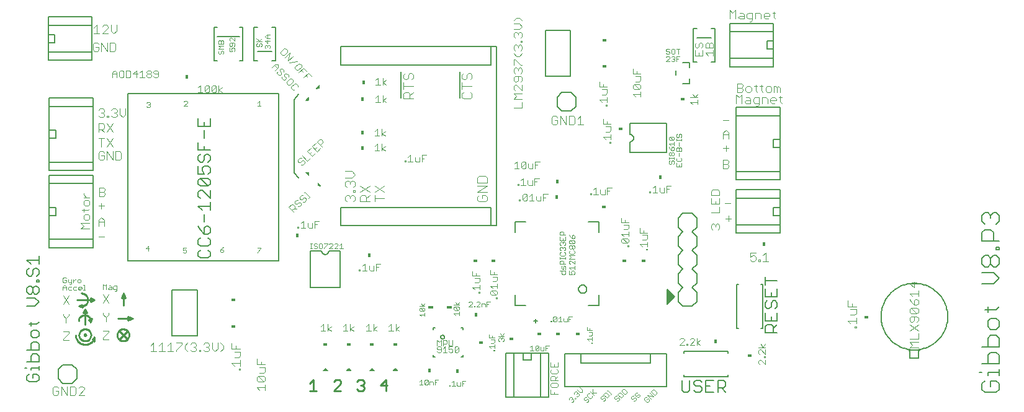
<source format=gto>
G75*
G70*
%OFA0B0*%
%FSLAX24Y24*%
%IPPOS*%
%LPD*%
%AMOC8*
5,1,8,0,0,1.08239X$1,22.5*
%
%ADD10C,0.0110*%
%ADD11C,0.0060*%
%ADD12C,0.0040*%
%ADD13C,0.0020*%
%ADD14C,0.0030*%
%ADD15C,0.0100*%
%ADD16C,0.0080*%
%ADD17C,0.0050*%
%ADD18R,0.0236X0.0157*%
%ADD19R,0.0157X0.0236*%
%ADD20R,0.0280X0.0160*%
%ADD21C,0.0010*%
D10*
X015806Y000957D02*
X016199Y000957D01*
X016003Y000957D02*
X016003Y001548D01*
X015806Y001351D01*
X017106Y001449D02*
X017204Y001548D01*
X017401Y001548D01*
X017499Y001449D01*
X017499Y001351D01*
X017106Y000957D01*
X017499Y000957D01*
X018356Y001056D02*
X018454Y000957D01*
X018651Y000957D01*
X018749Y001056D01*
X018749Y001154D01*
X018651Y001253D01*
X018553Y001253D01*
X018651Y001253D02*
X018749Y001351D01*
X018749Y001449D01*
X018651Y001548D01*
X018454Y001548D01*
X018356Y001449D01*
X019606Y001253D02*
X019999Y001253D01*
X019901Y001548D02*
X019901Y000957D01*
X019606Y001253D02*
X019901Y001548D01*
D11*
X009781Y003922D02*
X009781Y006382D01*
X008419Y006382D01*
X008419Y003922D01*
X009781Y003922D01*
X001271Y003902D02*
X001164Y003796D01*
X000951Y003796D01*
X000844Y003902D01*
X000844Y004116D01*
X000951Y004223D01*
X001164Y004223D01*
X001271Y004116D01*
X001271Y003902D01*
X001164Y003578D02*
X000951Y003578D01*
X000844Y003471D01*
X000844Y003151D01*
X000630Y003151D02*
X001271Y003151D01*
X001271Y003471D01*
X001164Y003578D01*
X001164Y002934D02*
X000951Y002934D01*
X000844Y002827D01*
X000844Y002507D01*
X000630Y002507D02*
X001271Y002507D01*
X001271Y002827D01*
X001164Y002934D01*
X001271Y002290D02*
X001271Y002077D01*
X001271Y002184D02*
X000844Y002184D01*
X000844Y002077D01*
X000630Y002184D02*
X000524Y002184D01*
X000737Y001859D02*
X000630Y001753D01*
X000630Y001539D01*
X000737Y001432D01*
X001164Y001432D01*
X001271Y001539D01*
X001271Y001753D01*
X001164Y001859D01*
X000951Y001859D01*
X000951Y001646D01*
X000844Y004440D02*
X000844Y004654D01*
X000737Y004547D02*
X001164Y004547D01*
X001271Y004654D01*
X001057Y005514D02*
X001271Y005728D01*
X001057Y005941D01*
X000630Y005941D01*
X000737Y006159D02*
X000844Y006159D01*
X000951Y006266D01*
X000951Y006479D01*
X001057Y006586D01*
X001164Y006586D01*
X001271Y006479D01*
X001271Y006266D01*
X001164Y006159D01*
X001057Y006159D01*
X000951Y006266D01*
X000951Y006479D02*
X000844Y006586D01*
X000737Y006586D01*
X000630Y006479D01*
X000630Y006266D01*
X000737Y006159D01*
X000630Y005514D02*
X001057Y005514D01*
X001164Y006803D02*
X001164Y006910D01*
X001271Y006910D01*
X001271Y006803D01*
X001164Y006803D01*
X001164Y007126D02*
X001271Y007232D01*
X001271Y007446D01*
X001164Y007553D01*
X001057Y007553D01*
X000951Y007446D01*
X000951Y007232D01*
X000844Y007126D01*
X000737Y007126D01*
X000630Y007232D01*
X000630Y007446D01*
X000737Y007553D01*
X000844Y007770D02*
X000630Y007984D01*
X001271Y007984D01*
X001271Y008197D02*
X001271Y007770D01*
X009830Y008204D02*
X009937Y008098D01*
X010364Y008098D01*
X010471Y008204D01*
X010471Y008418D01*
X010364Y008525D01*
X010364Y008742D02*
X009937Y008742D01*
X009830Y008849D01*
X009830Y009063D01*
X009937Y009169D01*
X010151Y009387D02*
X010151Y009707D01*
X010257Y009814D01*
X010364Y009814D01*
X010471Y009707D01*
X010471Y009494D01*
X010364Y009387D01*
X010151Y009387D01*
X009937Y009600D01*
X009830Y009814D01*
X010151Y010031D02*
X010151Y010458D01*
X010044Y010676D02*
X009830Y010889D01*
X010471Y010889D01*
X010471Y010676D02*
X010471Y011103D01*
X010471Y011320D02*
X010044Y011747D01*
X009937Y011747D01*
X009830Y011641D01*
X009830Y011427D01*
X009937Y011320D01*
X010471Y011320D02*
X010471Y011747D01*
X010364Y011965D02*
X009937Y011965D01*
X009830Y012072D01*
X009830Y012285D01*
X009937Y012392D01*
X010364Y011965D01*
X010471Y012072D01*
X010471Y012285D01*
X010364Y012392D01*
X009937Y012392D01*
X009830Y012609D02*
X010151Y012609D01*
X010044Y012823D01*
X010044Y012930D01*
X010151Y013036D01*
X010364Y013036D01*
X010471Y012930D01*
X010471Y012716D01*
X010364Y012609D01*
X009830Y012609D02*
X009830Y013036D01*
X009937Y013254D02*
X010044Y013254D01*
X010151Y013361D01*
X010151Y013574D01*
X010257Y013681D01*
X010364Y013681D01*
X010471Y013574D01*
X010471Y013361D01*
X010364Y013254D01*
X009937Y013254D02*
X009830Y013361D01*
X009830Y013574D01*
X009937Y013681D01*
X009830Y013899D02*
X009830Y014326D01*
X010151Y014112D02*
X010151Y013899D01*
X010471Y013899D02*
X009830Y013899D01*
X010151Y014543D02*
X010151Y014970D01*
X010151Y015188D02*
X010151Y015401D01*
X010471Y015188D02*
X009830Y015188D01*
X009830Y015615D01*
X010471Y015615D02*
X010471Y015188D01*
X010364Y009169D02*
X010471Y009063D01*
X010471Y008849D01*
X010364Y008742D01*
X009937Y008525D02*
X009830Y008418D01*
X009830Y008204D01*
X028469Y017872D02*
X028469Y020332D01*
X029831Y020332D01*
X029831Y017872D01*
X028469Y017872D01*
X040280Y007087D02*
X040280Y006660D01*
X040280Y006874D02*
X040921Y006874D01*
X040921Y006443D02*
X040921Y006016D01*
X040280Y006016D01*
X040280Y006443D01*
X040601Y006229D02*
X040601Y006016D01*
X040707Y005798D02*
X040814Y005798D01*
X040921Y005692D01*
X040921Y005478D01*
X040814Y005371D01*
X040601Y005478D02*
X040601Y005692D01*
X040707Y005798D01*
X040387Y005798D02*
X040280Y005692D01*
X040280Y005478D01*
X040387Y005371D01*
X040494Y005371D01*
X040601Y005478D01*
X040921Y005154D02*
X040921Y004727D01*
X040280Y004727D01*
X040280Y005154D01*
X040601Y004940D02*
X040601Y004727D01*
X040601Y004509D02*
X040707Y004403D01*
X040707Y004082D01*
X040921Y004082D02*
X040280Y004082D01*
X040280Y004403D01*
X040387Y004509D01*
X040601Y004509D01*
X040707Y004296D02*
X040921Y004509D01*
X038060Y001523D02*
X038166Y001416D01*
X038166Y001203D01*
X038060Y001096D01*
X037739Y001096D01*
X037739Y000882D02*
X037739Y001523D01*
X038060Y001523D01*
X037522Y001523D02*
X037095Y001523D01*
X037095Y000882D01*
X037522Y000882D01*
X037953Y001096D02*
X038166Y000882D01*
X037308Y001203D02*
X037095Y001203D01*
X036877Y001096D02*
X036877Y000989D01*
X036771Y000882D01*
X036557Y000882D01*
X036450Y000989D01*
X036233Y000989D02*
X036233Y001523D01*
X036450Y001416D02*
X036450Y001309D01*
X036557Y001203D01*
X036771Y001203D01*
X036877Y001096D01*
X036233Y000989D02*
X036126Y000882D01*
X035913Y000882D01*
X035806Y000989D01*
X035806Y001523D01*
X036450Y001416D02*
X036557Y001523D01*
X036771Y001523D01*
X036877Y001416D01*
D12*
X002097Y000722D02*
X002021Y000799D01*
X002021Y001106D01*
X002097Y001183D01*
X002251Y001183D01*
X002328Y001106D01*
X002328Y000953D02*
X002174Y000953D01*
X002328Y000953D02*
X002328Y000799D01*
X002251Y000722D01*
X002097Y000722D01*
X002481Y000722D02*
X002481Y001183D01*
X002788Y000722D01*
X002788Y001183D01*
X002941Y001183D02*
X003172Y001183D01*
X003248Y001106D01*
X003248Y000799D01*
X003172Y000722D01*
X002941Y000722D01*
X002941Y001183D01*
X003402Y001106D02*
X003479Y001183D01*
X003632Y001183D01*
X003709Y001106D01*
X003709Y001029D01*
X003402Y000722D01*
X003709Y000722D01*
X007271Y003072D02*
X007578Y003072D01*
X007731Y003072D02*
X008038Y003072D01*
X007885Y003072D02*
X007885Y003533D01*
X007731Y003379D01*
X007424Y003533D02*
X007424Y003072D01*
X007271Y003379D02*
X007424Y003533D01*
X008191Y003379D02*
X008345Y003533D01*
X008345Y003072D01*
X008498Y003072D02*
X008191Y003072D01*
X008652Y003072D02*
X008652Y003149D01*
X008959Y003456D01*
X008959Y003533D01*
X008652Y003533D01*
X009112Y003379D02*
X009266Y003533D01*
X009419Y003456D02*
X009496Y003533D01*
X009649Y003533D01*
X009726Y003456D01*
X009726Y003379D01*
X009649Y003303D01*
X009726Y003226D01*
X009726Y003149D01*
X009649Y003072D01*
X009496Y003072D01*
X009419Y003149D01*
X009266Y003072D02*
X009112Y003226D01*
X009112Y003379D01*
X009573Y003303D02*
X009649Y003303D01*
X009879Y003149D02*
X009879Y003072D01*
X009956Y003072D01*
X009956Y003149D01*
X009879Y003149D01*
X010110Y003149D02*
X010186Y003072D01*
X010340Y003072D01*
X010416Y003149D01*
X010416Y003226D01*
X010340Y003303D01*
X010263Y003303D01*
X010340Y003303D02*
X010416Y003379D01*
X010416Y003456D01*
X010340Y003533D01*
X010186Y003533D01*
X010110Y003456D01*
X010570Y003533D02*
X010570Y003226D01*
X010723Y003072D01*
X010877Y003226D01*
X010877Y003533D01*
X011030Y003533D02*
X011184Y003379D01*
X011184Y003226D01*
X011030Y003072D01*
X011620Y003212D02*
X011620Y003519D01*
X011851Y003365D02*
X011851Y003212D01*
X011774Y003058D02*
X012081Y003058D01*
X012081Y002828D01*
X012004Y002752D01*
X011774Y002752D01*
X012081Y002598D02*
X012081Y002291D01*
X012081Y002138D02*
X012081Y002061D01*
X012004Y002061D01*
X012004Y002138D01*
X012081Y002138D01*
X011774Y002291D02*
X011620Y002445D01*
X012081Y002445D01*
X012970Y002362D02*
X012970Y002669D01*
X013201Y002515D02*
X013201Y002362D01*
X013124Y002208D02*
X013431Y002208D01*
X013431Y001978D01*
X013354Y001902D01*
X013124Y001902D01*
X013047Y001748D02*
X013354Y001441D01*
X013431Y001518D01*
X013431Y001671D01*
X013354Y001748D01*
X013047Y001748D01*
X012970Y001671D01*
X012970Y001518D01*
X013047Y001441D01*
X013354Y001441D01*
X013431Y001288D02*
X013431Y000981D01*
X013431Y001134D02*
X012970Y001134D01*
X013124Y000981D01*
X012970Y002362D02*
X013431Y002362D01*
X012081Y003212D02*
X011620Y003212D01*
X005028Y003722D02*
X004721Y003722D01*
X004721Y003799D01*
X005028Y004106D01*
X005028Y004183D01*
X004721Y004183D01*
X004874Y004672D02*
X004874Y004903D01*
X005028Y005056D01*
X005028Y005133D01*
X004874Y004903D02*
X004721Y005056D01*
X004721Y005133D01*
X004721Y005672D02*
X005028Y006133D01*
X004721Y006133D02*
X005028Y005672D01*
X002878Y005622D02*
X002571Y006083D01*
X002878Y006083D02*
X002571Y005622D01*
X002571Y005083D02*
X002571Y005006D01*
X002724Y004853D01*
X002724Y004622D01*
X002724Y004853D02*
X002878Y005006D01*
X002878Y005083D01*
X002878Y004133D02*
X002571Y004133D01*
X002878Y004133D02*
X002878Y004056D01*
X002571Y003749D01*
X002571Y003672D01*
X002878Y003672D01*
X004471Y009246D02*
X004778Y009246D01*
X003981Y009672D02*
X003520Y009672D01*
X003674Y009826D01*
X003520Y009979D01*
X003981Y009979D01*
X003904Y010133D02*
X003981Y010209D01*
X003981Y010363D01*
X003904Y010440D01*
X003751Y010440D01*
X003674Y010363D01*
X003674Y010209D01*
X003751Y010133D01*
X003904Y010133D01*
X004471Y010129D02*
X004471Y009822D01*
X004471Y010053D02*
X004778Y010053D01*
X004778Y010129D02*
X004778Y009822D01*
X004778Y010129D02*
X004624Y010283D01*
X004471Y010129D01*
X003674Y010593D02*
X003674Y010746D01*
X003597Y010670D02*
X003904Y010670D01*
X003981Y010746D01*
X003904Y010900D02*
X003751Y010900D01*
X003674Y010977D01*
X003674Y011130D01*
X003751Y011207D01*
X003904Y011207D01*
X003981Y011130D01*
X003981Y010977D01*
X003904Y010900D01*
X004471Y010903D02*
X004778Y010903D01*
X004624Y011056D02*
X004624Y010749D01*
X004521Y011422D02*
X004751Y011422D01*
X004828Y011499D01*
X004828Y011576D01*
X004751Y011653D01*
X004521Y011653D01*
X004521Y011883D02*
X004521Y011422D01*
X004751Y011653D02*
X004828Y011729D01*
X004828Y011806D01*
X004751Y011883D01*
X004521Y011883D01*
X003981Y011360D02*
X003674Y011360D01*
X003827Y011360D02*
X003674Y011514D01*
X003674Y011590D01*
X004547Y013372D02*
X004701Y013372D01*
X004778Y013449D01*
X004778Y013603D01*
X004624Y013603D01*
X004471Y013756D02*
X004471Y013449D01*
X004547Y013372D01*
X004931Y013372D02*
X004931Y013833D01*
X005238Y013372D01*
X005238Y013833D01*
X005391Y013833D02*
X005622Y013833D01*
X005698Y013756D01*
X005698Y013449D01*
X005622Y013372D01*
X005391Y013372D01*
X005391Y013833D01*
X005238Y014072D02*
X004931Y014533D01*
X004778Y014533D02*
X004471Y014533D01*
X004624Y014533D02*
X004624Y014072D01*
X004547Y013833D02*
X004471Y013756D01*
X004547Y013833D02*
X004701Y013833D01*
X004778Y013756D01*
X004931Y014072D02*
X005238Y014533D01*
X005238Y014872D02*
X004931Y015333D01*
X004778Y015256D02*
X004778Y015103D01*
X004701Y015026D01*
X004471Y015026D01*
X004624Y015026D02*
X004778Y014872D01*
X004931Y014872D02*
X005238Y015333D01*
X005238Y015672D02*
X005161Y015749D01*
X005238Y015672D02*
X005391Y015672D01*
X005468Y015749D01*
X005468Y015826D01*
X005391Y015903D01*
X005315Y015903D01*
X005391Y015903D02*
X005468Y015979D01*
X005468Y016056D01*
X005391Y016133D01*
X005238Y016133D01*
X005161Y016056D01*
X005008Y015749D02*
X005008Y015672D01*
X004931Y015672D01*
X004931Y015749D01*
X005008Y015749D01*
X004778Y015749D02*
X004701Y015672D01*
X004547Y015672D01*
X004471Y015749D01*
X004624Y015903D02*
X004701Y015903D01*
X004778Y015826D01*
X004778Y015749D01*
X004701Y015903D02*
X004778Y015979D01*
X004778Y016056D01*
X004701Y016133D01*
X004547Y016133D01*
X004471Y016056D01*
X005622Y016133D02*
X005622Y015826D01*
X005775Y015672D01*
X005929Y015826D01*
X005929Y016133D01*
X004778Y015256D02*
X004701Y015333D01*
X004471Y015333D01*
X004471Y014872D01*
X004401Y019222D02*
X004247Y019222D01*
X004171Y019299D01*
X004171Y019606D01*
X004247Y019683D01*
X004401Y019683D01*
X004478Y019606D01*
X004478Y019453D02*
X004324Y019453D01*
X004478Y019453D02*
X004478Y019299D01*
X004401Y019222D01*
X004631Y019222D02*
X004631Y019683D01*
X004938Y019222D01*
X004938Y019683D01*
X005091Y019683D02*
X005322Y019683D01*
X005398Y019606D01*
X005398Y019299D01*
X005322Y019222D01*
X005091Y019222D01*
X005091Y019683D01*
X004988Y020172D02*
X004681Y020172D01*
X004988Y020479D01*
X004988Y020556D01*
X004911Y020633D01*
X004758Y020633D01*
X004681Y020556D01*
X004374Y020633D02*
X004374Y020172D01*
X004221Y020172D02*
X004528Y020172D01*
X004221Y020479D02*
X004374Y020633D01*
X005141Y020633D02*
X005141Y020326D01*
X005295Y020172D01*
X005448Y020326D01*
X005448Y020633D01*
X020851Y017960D02*
X020851Y017787D01*
X020937Y017700D01*
X021024Y017700D01*
X021111Y017787D01*
X021111Y017960D01*
X021198Y018047D01*
X021284Y018047D01*
X021371Y017960D01*
X021371Y017787D01*
X021284Y017700D01*
X020851Y017531D02*
X020851Y017184D01*
X020851Y017358D02*
X021371Y017358D01*
X021371Y017016D02*
X021198Y016842D01*
X021198Y016929D02*
X021198Y016669D01*
X021371Y016669D02*
X020851Y016669D01*
X020851Y016929D01*
X020937Y017016D01*
X021111Y017016D01*
X021198Y016929D01*
X020851Y017960D02*
X020937Y018047D01*
X024000Y017960D02*
X024000Y017787D01*
X024087Y017700D01*
X024174Y017700D01*
X024261Y017787D01*
X024261Y017960D01*
X024347Y018047D01*
X024434Y018047D01*
X024521Y017960D01*
X024521Y017787D01*
X024434Y017700D01*
X024000Y017531D02*
X024000Y017184D01*
X024000Y017358D02*
X024521Y017358D01*
X024434Y017016D02*
X024521Y016929D01*
X024521Y016756D01*
X024434Y016669D01*
X024087Y016669D01*
X024000Y016756D01*
X024000Y016929D01*
X024087Y017016D01*
X024000Y017960D02*
X024087Y018047D01*
X026770Y018103D02*
X026770Y018256D01*
X026847Y018333D01*
X026924Y018333D01*
X027001Y018256D01*
X027077Y018333D01*
X027154Y018333D01*
X027231Y018256D01*
X027231Y018103D01*
X027154Y018026D01*
X027154Y017873D02*
X026847Y017873D01*
X026770Y017796D01*
X026770Y017643D01*
X026847Y017566D01*
X026924Y017566D01*
X027001Y017643D01*
X027001Y017873D01*
X027154Y017873D02*
X027231Y017796D01*
X027231Y017643D01*
X027154Y017566D01*
X027231Y017412D02*
X027231Y017106D01*
X026924Y017412D01*
X026847Y017412D01*
X026770Y017336D01*
X026770Y017182D01*
X026847Y017106D01*
X026770Y016952D02*
X027231Y016952D01*
X027231Y016645D02*
X026770Y016645D01*
X026924Y016799D01*
X026770Y016952D01*
X027231Y016492D02*
X027231Y016185D01*
X026770Y016185D01*
X028821Y015656D02*
X028821Y015349D01*
X028897Y015272D01*
X029051Y015272D01*
X029128Y015349D01*
X029128Y015503D01*
X028974Y015503D01*
X028821Y015656D02*
X028897Y015733D01*
X029051Y015733D01*
X029128Y015656D01*
X029281Y015733D02*
X029281Y015272D01*
X029588Y015272D02*
X029588Y015733D01*
X029741Y015733D02*
X029972Y015733D01*
X030048Y015656D01*
X030048Y015349D01*
X029972Y015272D01*
X029741Y015272D01*
X029741Y015733D01*
X029281Y015733D02*
X029588Y015272D01*
X030202Y015272D02*
X030509Y015272D01*
X030355Y015272D02*
X030355Y015733D01*
X030202Y015579D01*
X031570Y015581D02*
X031570Y015308D01*
X031981Y015308D01*
X031981Y015167D02*
X031707Y015167D01*
X031776Y015308D02*
X031776Y015445D01*
X031981Y015167D02*
X031981Y014962D01*
X031912Y014894D01*
X031707Y014894D01*
X031981Y014753D02*
X031981Y014479D01*
X031981Y014616D02*
X031570Y014616D01*
X031707Y014479D01*
X031912Y014341D02*
X031981Y014341D01*
X031981Y014272D01*
X031912Y014272D01*
X031912Y014341D01*
X031781Y016272D02*
X031781Y016341D01*
X031712Y016341D01*
X031712Y016272D01*
X031781Y016272D01*
X031781Y016479D02*
X031781Y016753D01*
X031781Y016616D02*
X031370Y016616D01*
X031507Y016479D01*
X031507Y016894D02*
X031712Y016894D01*
X031781Y016962D01*
X031781Y017167D01*
X031507Y017167D01*
X031576Y017308D02*
X031576Y017445D01*
X031781Y017308D02*
X031370Y017308D01*
X031370Y017581D01*
X033170Y017384D02*
X033239Y017453D01*
X033512Y017179D01*
X033581Y017248D01*
X033581Y017384D01*
X033512Y017453D01*
X033239Y017453D01*
X033170Y017384D02*
X033170Y017248D01*
X033239Y017179D01*
X033512Y017179D01*
X033581Y017039D02*
X033581Y016765D01*
X033581Y016902D02*
X033170Y016902D01*
X033307Y016765D01*
X033307Y017594D02*
X033512Y017594D01*
X033581Y017662D01*
X033581Y017867D01*
X033307Y017867D01*
X033376Y018008D02*
X033376Y018145D01*
X033581Y018008D02*
X033170Y018008D01*
X033170Y018281D01*
X036520Y018994D02*
X036931Y018994D01*
X036931Y019267D01*
X036862Y019408D02*
X036931Y019476D01*
X036931Y019613D01*
X036862Y019682D01*
X036794Y019682D01*
X036726Y019613D01*
X036726Y019476D01*
X036657Y019408D01*
X036589Y019408D01*
X036520Y019476D01*
X036520Y019613D01*
X036589Y019682D01*
X037070Y019613D02*
X037139Y019682D01*
X037207Y019682D01*
X037276Y019613D01*
X037276Y019408D01*
X037481Y019408D02*
X037481Y019613D01*
X037412Y019682D01*
X037344Y019682D01*
X037276Y019613D01*
X037070Y019613D02*
X037070Y019408D01*
X037481Y019408D01*
X037481Y019267D02*
X037481Y018994D01*
X037481Y019130D02*
X037070Y019130D01*
X037207Y018994D01*
X036726Y018994D02*
X036726Y019130D01*
X036520Y018994D02*
X036520Y019267D01*
X038371Y020972D02*
X038371Y021433D01*
X038524Y021279D01*
X038678Y021433D01*
X038678Y020972D01*
X038831Y021049D02*
X038908Y020972D01*
X039138Y020972D01*
X039138Y021203D01*
X039061Y021279D01*
X038908Y021279D01*
X038908Y021126D02*
X039138Y021126D01*
X039291Y021203D02*
X039291Y021049D01*
X039368Y020972D01*
X039598Y020972D01*
X039598Y020896D02*
X039598Y021279D01*
X039368Y021279D01*
X039291Y021203D01*
X038908Y021126D02*
X038831Y021049D01*
X039445Y020819D02*
X039522Y020819D01*
X039598Y020896D01*
X039752Y020972D02*
X039752Y021279D01*
X039982Y021279D01*
X040059Y021203D01*
X040059Y020972D01*
X040212Y021049D02*
X040212Y021203D01*
X040289Y021279D01*
X040442Y021279D01*
X040519Y021203D01*
X040519Y021126D01*
X040212Y021126D01*
X040212Y021049D02*
X040289Y020972D01*
X040442Y020972D01*
X040749Y021049D02*
X040826Y020972D01*
X040749Y021049D02*
X040749Y021356D01*
X040673Y021279D02*
X040826Y021279D01*
X039001Y017483D02*
X039078Y017406D01*
X039078Y017329D01*
X039001Y017253D01*
X038771Y017253D01*
X038771Y017483D02*
X038771Y017022D01*
X039001Y017022D01*
X039078Y017099D01*
X039078Y017176D01*
X039001Y017253D01*
X039001Y017483D02*
X038771Y017483D01*
X039231Y017253D02*
X039231Y017099D01*
X039308Y017022D01*
X039461Y017022D01*
X039538Y017099D01*
X039538Y017253D01*
X039461Y017329D01*
X039308Y017329D01*
X039231Y017253D01*
X039691Y017329D02*
X039845Y017329D01*
X039768Y017406D02*
X039768Y017099D01*
X039845Y017022D01*
X040075Y017099D02*
X040152Y017022D01*
X040075Y017099D02*
X040075Y017406D01*
X039998Y017329D02*
X040152Y017329D01*
X040305Y017253D02*
X040305Y017099D01*
X040382Y017022D01*
X040535Y017022D01*
X040612Y017099D01*
X040612Y017253D01*
X040535Y017329D01*
X040382Y017329D01*
X040305Y017253D01*
X040766Y017329D02*
X040842Y017329D01*
X040919Y017253D01*
X040996Y017329D01*
X041073Y017253D01*
X041073Y017022D01*
X040919Y017022D02*
X040919Y017253D01*
X040766Y017329D02*
X040766Y017022D01*
X041099Y016806D02*
X041099Y016499D01*
X041176Y016422D01*
X041176Y016729D02*
X041023Y016729D01*
X040869Y016653D02*
X040869Y016576D01*
X040562Y016576D01*
X040562Y016653D02*
X040639Y016729D01*
X040792Y016729D01*
X040869Y016653D01*
X040792Y016422D02*
X040639Y016422D01*
X040562Y016499D01*
X040562Y016653D01*
X040409Y016653D02*
X040409Y016422D01*
X040409Y016653D02*
X040332Y016729D01*
X040102Y016729D01*
X040102Y016422D01*
X039948Y016422D02*
X039718Y016422D01*
X039641Y016499D01*
X039641Y016653D01*
X039718Y016729D01*
X039948Y016729D01*
X039948Y016346D01*
X039872Y016269D01*
X039795Y016269D01*
X039488Y016422D02*
X039258Y016422D01*
X039181Y016499D01*
X039258Y016576D01*
X039488Y016576D01*
X039488Y016653D02*
X039488Y016422D01*
X039488Y016653D02*
X039411Y016729D01*
X039258Y016729D01*
X039028Y016883D02*
X039028Y016422D01*
X038721Y016422D02*
X038721Y016883D01*
X038874Y016729D01*
X039028Y016883D01*
X038328Y015496D02*
X038021Y015496D01*
X038174Y014983D02*
X038021Y014829D01*
X038021Y014522D01*
X038021Y014753D02*
X038328Y014753D01*
X038328Y014829D02*
X038328Y014522D01*
X038174Y014156D02*
X038174Y013849D01*
X038021Y014003D02*
X038328Y014003D01*
X038251Y013383D02*
X038021Y013383D01*
X038021Y012922D01*
X038251Y012922D01*
X038328Y012999D01*
X038328Y013076D01*
X038251Y013153D01*
X038021Y013153D01*
X038251Y013153D02*
X038328Y013229D01*
X038328Y013306D01*
X038251Y013383D01*
X038328Y014829D02*
X038174Y014983D01*
X037754Y011771D02*
X037447Y011771D01*
X037370Y011694D01*
X037370Y011464D01*
X037831Y011464D01*
X037831Y011694D01*
X037754Y011771D01*
X037831Y011310D02*
X037831Y011003D01*
X037370Y011003D01*
X037370Y011310D01*
X037601Y011157D02*
X037601Y011003D01*
X037831Y010850D02*
X037831Y010543D01*
X037370Y010543D01*
X038147Y010226D02*
X038454Y010226D01*
X038301Y010379D02*
X038301Y010072D01*
X037831Y009853D02*
X037831Y009699D01*
X037754Y009622D01*
X037601Y009776D02*
X037601Y009853D01*
X037677Y009929D01*
X037754Y009929D01*
X037831Y009853D01*
X037601Y009853D02*
X037524Y009929D01*
X037447Y009929D01*
X037370Y009853D01*
X037370Y009699D01*
X037447Y009622D01*
X039470Y008383D02*
X039470Y008153D01*
X039623Y008229D01*
X039700Y008229D01*
X039777Y008153D01*
X039777Y007999D01*
X039700Y007922D01*
X039547Y007922D01*
X039470Y007999D01*
X039470Y008383D02*
X039777Y008383D01*
X040160Y008229D02*
X040314Y008383D01*
X040314Y007922D01*
X040467Y007922D02*
X040160Y007922D01*
X040007Y007922D02*
X039930Y007922D01*
X039930Y007999D01*
X040007Y007999D01*
X040007Y007922D01*
X044710Y005800D02*
X044710Y005493D01*
X045171Y005493D01*
X045171Y005340D02*
X044864Y005340D01*
X044941Y005493D02*
X044941Y005647D01*
X045171Y005340D02*
X045171Y005110D01*
X045094Y005033D01*
X044864Y005033D01*
X045171Y004879D02*
X045171Y004573D01*
X045171Y004726D02*
X044710Y004726D01*
X044864Y004573D01*
X045094Y004419D02*
X045171Y004419D01*
X045171Y004342D01*
X045094Y004342D01*
X045094Y004419D01*
X048045Y004500D02*
X048506Y004193D01*
X048506Y004040D02*
X048506Y003733D01*
X048045Y003733D01*
X048045Y003579D02*
X048506Y003579D01*
X048199Y003426D02*
X048045Y003579D01*
X048199Y003426D02*
X048045Y003272D01*
X048506Y003272D01*
X048045Y004193D02*
X048506Y004500D01*
X048429Y004653D02*
X048506Y004730D01*
X048506Y004884D01*
X048429Y004960D01*
X048122Y004960D01*
X048045Y004884D01*
X048045Y004730D01*
X048122Y004653D01*
X048199Y004653D01*
X048276Y004730D01*
X048276Y004960D01*
X048429Y005114D02*
X048122Y005114D01*
X048045Y005190D01*
X048045Y005344D01*
X048122Y005421D01*
X048429Y005114D01*
X048506Y005190D01*
X048506Y005344D01*
X048429Y005421D01*
X048122Y005421D01*
X048276Y005574D02*
X048276Y005804D01*
X048352Y005881D01*
X048429Y005881D01*
X048506Y005804D01*
X048506Y005651D01*
X048429Y005574D01*
X048276Y005574D01*
X048122Y005728D01*
X048045Y005881D01*
X048199Y006034D02*
X048045Y006188D01*
X048506Y006188D01*
X048506Y006341D02*
X048506Y006034D01*
X048276Y006495D02*
X048276Y006802D01*
X048506Y006725D02*
X048045Y006725D01*
X048276Y006495D01*
X038417Y011046D02*
X038110Y011046D01*
X025339Y011216D02*
X025339Y011389D01*
X025252Y011476D01*
X025078Y011476D01*
X025078Y011303D01*
X024905Y011476D02*
X024818Y011389D01*
X024818Y011216D01*
X024905Y011129D01*
X025252Y011129D01*
X025339Y011216D01*
X025339Y011645D02*
X024818Y011645D01*
X025339Y011992D01*
X024818Y011992D01*
X024818Y012160D02*
X024818Y012421D01*
X024905Y012507D01*
X025252Y012507D01*
X025339Y012421D01*
X025339Y012160D01*
X024818Y012160D01*
X019827Y011992D02*
X019306Y011645D01*
X019306Y011476D02*
X019306Y011129D01*
X019306Y011303D02*
X019827Y011303D01*
X019827Y011645D02*
X019306Y011992D01*
X019039Y011992D02*
X018519Y011645D01*
X018606Y011476D02*
X018779Y011476D01*
X018866Y011389D01*
X018866Y011129D01*
X019039Y011129D02*
X018519Y011129D01*
X018519Y011389D01*
X018606Y011476D01*
X018866Y011303D02*
X019039Y011476D01*
X019039Y011645D02*
X018519Y011992D01*
X018252Y011989D02*
X018165Y011902D01*
X018252Y011989D02*
X018252Y012163D01*
X018165Y012249D01*
X018079Y012249D01*
X017992Y012163D01*
X017992Y012076D01*
X017992Y012163D02*
X017905Y012249D01*
X017818Y012249D01*
X017732Y012163D01*
X017732Y011989D01*
X017818Y011902D01*
X018165Y011731D02*
X018252Y011731D01*
X018252Y011645D01*
X018165Y011645D01*
X018165Y011731D01*
X018165Y011476D02*
X018252Y011389D01*
X018252Y011216D01*
X018165Y011129D01*
X017992Y011303D02*
X017992Y011389D01*
X018079Y011476D01*
X018165Y011476D01*
X017992Y011389D02*
X017905Y011476D01*
X017818Y011476D01*
X017732Y011389D01*
X017732Y011216D01*
X017818Y011129D01*
X017732Y012418D02*
X018079Y012418D01*
X018252Y012592D01*
X018079Y012765D01*
X017732Y012765D01*
X026770Y018103D02*
X026847Y018026D01*
X027001Y018180D02*
X027001Y018256D01*
X027154Y018487D02*
X027231Y018487D01*
X027154Y018487D02*
X026847Y018793D01*
X026770Y018793D01*
X026770Y018487D01*
X026924Y018947D02*
X026770Y019100D01*
X026847Y019254D02*
X026770Y019331D01*
X026770Y019484D01*
X026847Y019561D01*
X026924Y019561D01*
X027001Y019484D01*
X027077Y019561D01*
X027154Y019561D01*
X027231Y019484D01*
X027231Y019331D01*
X027154Y019254D01*
X027231Y019100D02*
X027077Y018947D01*
X026924Y018947D01*
X027001Y019407D02*
X027001Y019484D01*
X027154Y019714D02*
X027154Y019791D01*
X027231Y019791D01*
X027231Y019714D01*
X027154Y019714D01*
X027154Y019944D02*
X027231Y020021D01*
X027231Y020174D01*
X027154Y020251D01*
X027077Y020251D01*
X027001Y020174D01*
X027001Y020098D01*
X027001Y020174D02*
X026924Y020251D01*
X026847Y020251D01*
X026770Y020174D01*
X026770Y020021D01*
X026847Y019944D01*
X026770Y020405D02*
X027077Y020405D01*
X027231Y020558D01*
X027077Y020712D01*
X026770Y020712D01*
X026770Y020865D02*
X026924Y021018D01*
X027077Y021018D01*
X027231Y020865D01*
D13*
X034961Y019296D02*
X034961Y019249D01*
X035007Y019202D01*
X035101Y019202D01*
X035148Y019156D01*
X035148Y019109D01*
X035101Y019062D01*
X035007Y019062D01*
X034961Y019109D01*
X035007Y018943D02*
X034961Y018896D01*
X035007Y018943D02*
X035101Y018943D01*
X035148Y018896D01*
X035148Y018849D01*
X034961Y018662D01*
X035148Y018662D01*
X035237Y018709D02*
X035284Y018662D01*
X035377Y018662D01*
X035424Y018709D01*
X035424Y018756D01*
X035377Y018802D01*
X035330Y018802D01*
X035377Y018802D02*
X035424Y018849D01*
X035424Y018896D01*
X035377Y018943D01*
X035284Y018943D01*
X035237Y018896D01*
X035284Y019062D02*
X035377Y019062D01*
X035424Y019109D01*
X035424Y019296D01*
X035377Y019343D01*
X035284Y019343D01*
X035237Y019296D01*
X035237Y019109D01*
X035284Y019062D01*
X035513Y018943D02*
X035700Y018943D01*
X035607Y019062D02*
X035607Y019343D01*
X035700Y019343D02*
X035513Y019343D01*
X035148Y019296D02*
X035101Y019343D01*
X035007Y019343D01*
X034961Y019296D01*
X035513Y018943D02*
X035513Y018662D01*
X035513Y018802D02*
X035607Y018802D01*
X035557Y014773D02*
X035511Y014726D01*
X035511Y014633D01*
X035557Y014586D01*
X035604Y014586D01*
X035651Y014633D01*
X035651Y014726D01*
X035697Y014773D01*
X035744Y014773D01*
X035791Y014726D01*
X035791Y014633D01*
X035744Y014586D01*
X035791Y014495D02*
X035791Y014402D01*
X035791Y014449D02*
X035511Y014449D01*
X035511Y014495D02*
X035511Y014402D01*
X035391Y014347D02*
X035391Y014160D01*
X035391Y014253D02*
X035111Y014253D01*
X035204Y014160D01*
X035297Y014070D02*
X035251Y014024D01*
X035251Y013884D01*
X035344Y013884D01*
X035391Y013930D01*
X035391Y014024D01*
X035344Y014070D01*
X035297Y014070D01*
X035157Y013977D02*
X035251Y013884D01*
X035297Y013794D02*
X035344Y013794D01*
X035391Y013748D01*
X035391Y013654D01*
X035344Y013607D01*
X035297Y013607D01*
X035251Y013654D01*
X035251Y013748D01*
X035297Y013794D01*
X035251Y013748D02*
X035204Y013794D01*
X035157Y013794D01*
X035111Y013748D01*
X035111Y013654D01*
X035157Y013607D01*
X035204Y013607D01*
X035251Y013654D01*
X035391Y013517D02*
X035391Y013423D01*
X035391Y013470D02*
X035111Y013470D01*
X035111Y013423D02*
X035111Y013517D01*
X035157Y013334D02*
X035111Y013287D01*
X035111Y013194D01*
X035157Y013147D01*
X035204Y013147D01*
X035251Y013194D01*
X035251Y013287D01*
X035297Y013334D01*
X035344Y013334D01*
X035391Y013287D01*
X035391Y013194D01*
X035344Y013147D01*
X035511Y013208D02*
X035511Y013021D01*
X035791Y013021D01*
X035791Y013208D01*
X035744Y013297D02*
X035791Y013344D01*
X035791Y013437D01*
X035744Y013484D01*
X035651Y013573D02*
X035651Y013760D01*
X035651Y013849D02*
X035651Y013990D01*
X035697Y014036D01*
X035744Y014036D01*
X035791Y013990D01*
X035791Y013849D01*
X035511Y013849D01*
X035511Y013990D01*
X035557Y014036D01*
X035604Y014036D01*
X035651Y013990D01*
X035651Y014126D02*
X035651Y014313D01*
X035391Y014483D02*
X035344Y014436D01*
X035157Y014623D01*
X035344Y014623D01*
X035391Y014576D01*
X035391Y014483D01*
X035344Y014436D02*
X035157Y014436D01*
X035111Y014483D01*
X035111Y014576D01*
X035157Y014623D01*
X035111Y014070D02*
X035157Y013977D01*
X035557Y013484D02*
X035511Y013437D01*
X035511Y013344D01*
X035557Y013297D01*
X035744Y013297D01*
X035651Y013114D02*
X035651Y013021D01*
X029447Y009470D02*
X029401Y009517D01*
X029307Y009517D01*
X029261Y009470D01*
X029261Y009330D01*
X029541Y009330D01*
X029541Y009241D02*
X029541Y009054D01*
X029261Y009054D01*
X029261Y009241D01*
X029401Y009147D02*
X029401Y009054D01*
X029447Y008964D02*
X029494Y008964D01*
X029541Y008918D01*
X029541Y008824D01*
X029494Y008778D01*
X029494Y008688D02*
X029541Y008641D01*
X029541Y008548D01*
X029494Y008501D01*
X029494Y008412D02*
X029541Y008365D01*
X029541Y008272D01*
X029494Y008225D01*
X029307Y008225D01*
X029261Y008272D01*
X029261Y008365D01*
X029307Y008412D01*
X029307Y008501D02*
X029261Y008548D01*
X029261Y008641D01*
X029307Y008688D01*
X029354Y008688D01*
X029401Y008641D01*
X029447Y008688D01*
X029494Y008688D01*
X029401Y008641D02*
X029401Y008595D01*
X029307Y008778D02*
X029261Y008824D01*
X029261Y008918D01*
X029307Y008964D01*
X029354Y008964D01*
X029401Y008918D01*
X029447Y008964D01*
X029401Y008918D02*
X029401Y008871D01*
X029761Y008916D02*
X029761Y009010D01*
X029807Y009056D01*
X029994Y008870D01*
X030041Y008916D01*
X030041Y009010D01*
X029994Y009056D01*
X029807Y009056D01*
X029901Y009146D02*
X029901Y009286D01*
X029947Y009333D01*
X029994Y009333D01*
X030041Y009286D01*
X030041Y009193D01*
X029994Y009146D01*
X029901Y009146D01*
X029807Y009239D01*
X029761Y009333D01*
X029447Y009330D02*
X029447Y009470D01*
X029761Y008916D02*
X029807Y008870D01*
X029994Y008870D01*
X029994Y008780D02*
X030041Y008734D01*
X030041Y008640D01*
X029994Y008593D01*
X029947Y008593D01*
X029901Y008640D01*
X029901Y008734D01*
X029947Y008780D01*
X029994Y008780D01*
X029901Y008734D02*
X029854Y008780D01*
X029807Y008780D01*
X029761Y008734D01*
X029761Y008640D01*
X029807Y008593D01*
X029854Y008593D01*
X029901Y008640D01*
X029994Y008504D02*
X030041Y008457D01*
X030041Y008364D01*
X029994Y008317D01*
X029807Y008317D01*
X029761Y008364D01*
X029761Y008457D01*
X029807Y008504D01*
X029761Y008228D02*
X030041Y008228D01*
X030041Y008041D02*
X029761Y008041D01*
X029854Y008134D01*
X029761Y008228D01*
X029541Y008134D02*
X029541Y008041D01*
X029541Y008088D02*
X029261Y008088D01*
X029261Y008134D02*
X029261Y008041D01*
X029307Y007952D02*
X029401Y007952D01*
X029447Y007905D01*
X029447Y007765D01*
X029541Y007765D02*
X029261Y007765D01*
X029261Y007905D01*
X029307Y007952D01*
X029761Y007905D02*
X029761Y007811D01*
X029807Y007765D01*
X029761Y007905D02*
X029807Y007952D01*
X029854Y007952D01*
X030041Y007765D01*
X030041Y007952D01*
X030041Y007675D02*
X030041Y007489D01*
X030041Y007582D02*
X029761Y007582D01*
X029854Y007489D01*
X029901Y007399D02*
X029994Y007399D01*
X030041Y007352D01*
X030041Y007259D01*
X029994Y007212D01*
X029901Y007212D02*
X029854Y007306D01*
X029854Y007352D01*
X029901Y007399D01*
X029761Y007399D02*
X029761Y007212D01*
X029901Y007212D01*
X029541Y007259D02*
X029494Y007212D01*
X029401Y007212D01*
X029354Y007259D01*
X029354Y007399D01*
X029261Y007399D02*
X029541Y007399D01*
X029541Y007259D01*
X029541Y007489D02*
X029541Y007629D01*
X029494Y007675D01*
X029447Y007629D01*
X029447Y007535D01*
X029401Y007489D01*
X029354Y007535D01*
X029354Y007675D01*
X025514Y005743D02*
X025328Y005743D01*
X025328Y005462D01*
X025238Y005462D02*
X025238Y005602D01*
X025191Y005649D01*
X025051Y005649D01*
X025051Y005462D01*
X024962Y005462D02*
X024775Y005462D01*
X024962Y005649D01*
X024962Y005696D01*
X024915Y005743D01*
X024822Y005743D01*
X024775Y005696D01*
X024684Y005509D02*
X024684Y005462D01*
X024637Y005462D01*
X024637Y005509D01*
X024684Y005509D01*
X024548Y005462D02*
X024361Y005462D01*
X024548Y005649D01*
X024548Y005696D01*
X024501Y005743D01*
X024407Y005743D01*
X024361Y005696D01*
X023841Y005705D02*
X023747Y005565D01*
X023654Y005705D01*
X023561Y005565D02*
X023841Y005565D01*
X023794Y005475D02*
X023607Y005475D01*
X023794Y005289D01*
X023841Y005335D01*
X023841Y005429D01*
X023794Y005475D01*
X023794Y005289D02*
X023607Y005289D01*
X023561Y005335D01*
X023561Y005429D01*
X023607Y005475D01*
X023841Y005199D02*
X023841Y005012D01*
X023841Y005106D02*
X023561Y005106D01*
X023654Y005012D01*
X025328Y005602D02*
X025421Y005602D01*
X028761Y004709D02*
X028807Y004709D01*
X028807Y004662D01*
X028761Y004662D01*
X028761Y004709D01*
X028899Y004709D02*
X029086Y004896D01*
X029086Y004709D01*
X029039Y004662D01*
X028946Y004662D01*
X028899Y004709D01*
X028899Y004896D01*
X028946Y004943D01*
X029039Y004943D01*
X029086Y004896D01*
X029175Y004849D02*
X029269Y004943D01*
X029269Y004662D01*
X029362Y004662D02*
X029175Y004662D01*
X029451Y004709D02*
X029498Y004662D01*
X029638Y004662D01*
X029638Y004849D01*
X029728Y004802D02*
X029821Y004802D01*
X029728Y004662D02*
X029728Y004943D01*
X029914Y004943D01*
X029451Y004849D02*
X029451Y004709D01*
X030711Y004390D02*
X030711Y004203D01*
X030991Y004203D01*
X030991Y004114D02*
X030804Y004114D01*
X030851Y004203D02*
X030851Y004296D01*
X030991Y004114D02*
X030991Y003973D01*
X030944Y003927D01*
X030804Y003927D01*
X030711Y003744D02*
X030991Y003744D01*
X030991Y003837D02*
X030991Y003650D01*
X030991Y003559D02*
X030991Y003512D01*
X030944Y003512D01*
X030944Y003559D01*
X030991Y003559D01*
X030804Y003650D02*
X030711Y003744D01*
X028676Y003393D02*
X028489Y003393D01*
X028489Y003112D01*
X028400Y003112D02*
X028400Y003299D01*
X028489Y003252D02*
X028583Y003252D01*
X028400Y003112D02*
X028260Y003112D01*
X028213Y003159D01*
X028213Y003299D01*
X028124Y003346D02*
X027937Y003159D01*
X027984Y003112D01*
X028077Y003112D01*
X028124Y003159D01*
X028124Y003346D01*
X028077Y003393D01*
X027984Y003393D01*
X027937Y003346D01*
X027937Y003159D01*
X027848Y003112D02*
X027661Y003112D01*
X027754Y003112D02*
X027754Y003393D01*
X027661Y003299D01*
X026241Y003659D02*
X026194Y003612D01*
X026241Y003659D02*
X026241Y003752D01*
X026194Y003799D01*
X026147Y003799D01*
X026101Y003752D01*
X026101Y003706D01*
X026101Y003752D02*
X026054Y003799D01*
X026007Y003799D01*
X025961Y003752D01*
X025961Y003659D01*
X026007Y003612D01*
X025741Y003573D02*
X025694Y003527D01*
X025554Y003527D01*
X025554Y003714D02*
X025741Y003714D01*
X025741Y003573D01*
X025741Y003437D02*
X025741Y003250D01*
X025741Y003159D02*
X025741Y003112D01*
X025694Y003112D01*
X025694Y003159D01*
X025741Y003159D01*
X025741Y003344D02*
X025461Y003344D01*
X025554Y003250D01*
X025601Y003803D02*
X025601Y003896D01*
X025741Y003803D02*
X025461Y003803D01*
X025461Y003990D01*
X025961Y003889D02*
X026241Y003889D01*
X026147Y003889D02*
X026054Y004029D01*
X026147Y003889D02*
X026241Y004029D01*
X021991Y004962D02*
X021991Y005149D01*
X021991Y005056D02*
X021711Y005056D01*
X021804Y004962D01*
X021757Y005239D02*
X021711Y005285D01*
X021711Y005379D01*
X021757Y005425D01*
X021944Y005239D01*
X021991Y005285D01*
X021991Y005379D01*
X021944Y005425D01*
X021757Y005425D01*
X021711Y005515D02*
X021991Y005515D01*
X021897Y005515D02*
X021804Y005655D01*
X021897Y005515D02*
X021991Y005655D01*
X021944Y005239D02*
X021757Y005239D01*
X017603Y008602D02*
X017416Y008602D01*
X017327Y008602D02*
X017140Y008602D01*
X017327Y008789D01*
X017327Y008836D01*
X017280Y008883D01*
X017186Y008883D01*
X017140Y008836D01*
X017050Y008836D02*
X017004Y008883D01*
X016910Y008883D01*
X016864Y008836D01*
X016774Y008836D02*
X016587Y008649D01*
X016587Y008602D01*
X016498Y008649D02*
X016451Y008602D01*
X016358Y008602D01*
X016311Y008649D01*
X016311Y008836D01*
X016358Y008883D01*
X016451Y008883D01*
X016498Y008836D01*
X016498Y008649D01*
X016587Y008883D02*
X016774Y008883D01*
X016774Y008836D01*
X016864Y008602D02*
X017050Y008789D01*
X017050Y008836D01*
X017416Y008789D02*
X017509Y008883D01*
X017509Y008602D01*
X017050Y008602D02*
X016864Y008602D01*
X016222Y008649D02*
X016175Y008602D01*
X016082Y008602D01*
X016035Y008649D01*
X015944Y008602D02*
X015851Y008602D01*
X015897Y008602D02*
X015897Y008883D01*
X015851Y008883D02*
X015944Y008883D01*
X016035Y008836D02*
X016035Y008789D01*
X016082Y008742D01*
X016175Y008742D01*
X016222Y008696D01*
X016222Y008649D01*
X016222Y008836D02*
X016175Y008883D01*
X016082Y008883D01*
X016035Y008836D01*
X013198Y008643D02*
X013198Y008596D01*
X013011Y008409D01*
X013011Y008362D01*
X013011Y008643D02*
X013198Y008643D01*
X011198Y008693D02*
X011104Y008646D01*
X011011Y008552D01*
X011151Y008552D01*
X011198Y008506D01*
X011198Y008459D01*
X011151Y008412D01*
X011057Y008412D01*
X011011Y008459D01*
X011011Y008552D01*
X009198Y008502D02*
X009198Y008409D01*
X009151Y008362D01*
X009057Y008362D01*
X009011Y008409D01*
X009011Y008502D02*
X009104Y008549D01*
X009151Y008549D01*
X009198Y008502D01*
X009198Y008643D02*
X009011Y008643D01*
X009011Y008502D01*
X007198Y008602D02*
X007011Y008602D01*
X007151Y008743D01*
X007151Y008462D01*
X003530Y006902D02*
X003484Y006949D01*
X003390Y006949D01*
X003343Y006902D01*
X003343Y006809D01*
X003390Y006762D01*
X003484Y006762D01*
X003530Y006809D01*
X003530Y006902D01*
X003253Y006949D02*
X003207Y006949D01*
X003113Y006856D01*
X003113Y006949D02*
X003113Y006762D01*
X003024Y006762D02*
X002884Y006762D01*
X002837Y006809D01*
X002837Y006949D01*
X002748Y006902D02*
X002654Y006902D01*
X002748Y006902D02*
X002748Y006809D01*
X002701Y006762D01*
X002607Y006762D01*
X002561Y006809D01*
X002561Y006996D01*
X002607Y007043D01*
X002701Y007043D01*
X002748Y006996D01*
X003024Y006949D02*
X003024Y006716D01*
X002977Y006669D01*
X002930Y006669D01*
X002884Y006549D02*
X002837Y006502D01*
X002837Y006409D01*
X002884Y006362D01*
X003024Y006362D01*
X003113Y006409D02*
X003160Y006362D01*
X003300Y006362D01*
X003389Y006409D02*
X003436Y006362D01*
X003530Y006362D01*
X003576Y006456D02*
X003389Y006456D01*
X003389Y006502D02*
X003436Y006549D01*
X003530Y006549D01*
X003576Y006502D01*
X003576Y006456D01*
X003666Y006362D02*
X003759Y006362D01*
X003712Y006362D02*
X003712Y006643D01*
X003666Y006643D01*
X003389Y006502D02*
X003389Y006409D01*
X003300Y006549D02*
X003160Y006549D01*
X003113Y006502D01*
X003113Y006409D01*
X003024Y006549D02*
X002884Y006549D01*
X002748Y006549D02*
X002748Y006362D01*
X002748Y006502D02*
X002561Y006502D01*
X002561Y006549D02*
X002654Y006643D01*
X002748Y006549D01*
X002561Y006549D02*
X002561Y006362D01*
X004711Y006412D02*
X004711Y006693D01*
X004804Y006599D01*
X004898Y006693D01*
X004898Y006412D01*
X004987Y006459D02*
X005034Y006506D01*
X005174Y006506D01*
X005174Y006552D02*
X005174Y006412D01*
X005034Y006412D01*
X004987Y006459D01*
X005034Y006599D02*
X005127Y006599D01*
X005174Y006552D01*
X005263Y006552D02*
X005263Y006459D01*
X005310Y006412D01*
X005450Y006412D01*
X005450Y006366D02*
X005450Y006599D01*
X005310Y006599D01*
X005263Y006552D01*
X005357Y006319D02*
X005403Y006319D01*
X005450Y006366D01*
X021711Y001449D02*
X021804Y001543D01*
X021804Y001262D01*
X021711Y001262D02*
X021898Y001262D01*
X021987Y001309D02*
X022174Y001496D01*
X022174Y001309D01*
X022127Y001262D01*
X022034Y001262D01*
X021987Y001309D01*
X021987Y001496D01*
X022034Y001543D01*
X022127Y001543D01*
X022174Y001496D01*
X022263Y001449D02*
X022403Y001449D01*
X022450Y001402D01*
X022450Y001262D01*
X022539Y001262D02*
X022539Y001543D01*
X022726Y001543D01*
X022633Y001402D02*
X022539Y001402D01*
X022263Y001449D02*
X022263Y001262D01*
X023311Y001259D02*
X023357Y001259D01*
X023357Y001212D01*
X023311Y001212D01*
X023311Y001259D01*
X023449Y001212D02*
X023636Y001212D01*
X023542Y001212D02*
X023542Y001493D01*
X023449Y001399D01*
X023725Y001399D02*
X023725Y001259D01*
X023772Y001212D01*
X023912Y001212D01*
X023912Y001399D01*
X024001Y001352D02*
X024095Y001352D01*
X024001Y001212D02*
X024001Y001493D01*
X024188Y001493D01*
X029736Y000548D02*
X029802Y000614D01*
X029868Y000614D01*
X029901Y000581D01*
X029901Y000515D01*
X029967Y000515D01*
X030000Y000482D01*
X030000Y000416D01*
X029934Y000349D01*
X029868Y000349D01*
X029868Y000482D02*
X029901Y000515D01*
X030063Y000545D02*
X030096Y000578D01*
X030129Y000545D01*
X030096Y000512D01*
X030063Y000545D01*
X030161Y000642D02*
X030227Y000642D01*
X030293Y000709D01*
X030293Y000775D01*
X030260Y000808D01*
X030194Y000808D01*
X030161Y000775D01*
X030194Y000808D02*
X030194Y000874D01*
X030161Y000907D01*
X030095Y000907D01*
X030029Y000841D01*
X030029Y000775D01*
X030191Y001003D02*
X030323Y000871D01*
X030455Y000871D01*
X030455Y001003D01*
X030323Y001135D01*
X030893Y000905D02*
X031091Y000707D01*
X031025Y000773D02*
X031025Y001037D01*
X031025Y000839D02*
X031224Y000839D01*
X030995Y000677D02*
X030995Y000611D01*
X030929Y000545D01*
X030863Y000545D01*
X030731Y000677D01*
X030731Y000743D01*
X030797Y000809D01*
X030863Y000809D01*
X030668Y000614D02*
X030602Y000614D01*
X030536Y000548D01*
X030536Y000482D01*
X030569Y000449D01*
X030635Y000449D01*
X030701Y000515D01*
X030767Y000515D01*
X030800Y000482D01*
X030800Y000416D01*
X030734Y000349D01*
X030668Y000349D01*
X031436Y000532D02*
X031469Y000499D01*
X031535Y000499D01*
X031601Y000565D01*
X031667Y000565D01*
X031700Y000532D01*
X031700Y000466D01*
X031634Y000399D01*
X031568Y000399D01*
X031436Y000532D02*
X031436Y000598D01*
X031502Y000664D01*
X031568Y000664D01*
X031598Y000760D02*
X031697Y000859D01*
X031763Y000859D01*
X031895Y000727D01*
X031895Y000661D01*
X031796Y000562D01*
X031598Y000760D01*
X031793Y000955D02*
X031859Y001021D01*
X031826Y000988D02*
X032024Y000790D01*
X031991Y000757D02*
X032057Y000823D01*
X032252Y000664D02*
X032186Y000598D01*
X032186Y000532D01*
X032219Y000499D01*
X032285Y000499D01*
X032351Y000565D01*
X032417Y000565D01*
X032450Y000532D01*
X032450Y000466D01*
X032384Y000399D01*
X032318Y000399D01*
X032546Y000562D02*
X032645Y000661D01*
X032645Y000727D01*
X032513Y000859D01*
X032447Y000859D01*
X032348Y000760D01*
X032546Y000562D01*
X032318Y000664D02*
X032252Y000664D01*
X032576Y000922D02*
X032708Y000790D01*
X032774Y000790D01*
X032840Y000856D01*
X032840Y000922D01*
X032708Y001054D01*
X032642Y001054D01*
X032576Y000988D01*
X032576Y000922D01*
X033086Y000598D02*
X033152Y000664D01*
X033218Y000664D01*
X033281Y000727D02*
X033314Y000694D01*
X033380Y000694D01*
X033446Y000760D01*
X033512Y000760D01*
X033545Y000727D01*
X033545Y000661D01*
X033479Y000595D01*
X033413Y000595D01*
X033350Y000532D02*
X033350Y000466D01*
X033284Y000399D01*
X033218Y000399D01*
X033185Y000499D02*
X033251Y000565D01*
X033317Y000565D01*
X033350Y000532D01*
X033185Y000499D02*
X033119Y000499D01*
X033086Y000532D01*
X033086Y000598D01*
X033281Y000727D02*
X033281Y000793D01*
X033347Y000859D01*
X033413Y000859D01*
X033786Y000548D02*
X033786Y000482D01*
X033918Y000349D01*
X033984Y000349D01*
X034050Y000416D01*
X034050Y000482D01*
X033984Y000548D01*
X033918Y000482D01*
X033918Y000614D02*
X033852Y000614D01*
X033786Y000548D01*
X033948Y000710D02*
X034278Y000644D01*
X034080Y000842D01*
X034143Y000905D02*
X034341Y000707D01*
X034440Y000806D01*
X034440Y000872D01*
X034308Y001004D01*
X034242Y001004D01*
X034143Y000905D01*
X033948Y000710D02*
X034146Y000512D01*
X029736Y000482D02*
X029736Y000548D01*
X013198Y016262D02*
X013011Y016262D01*
X013104Y016262D02*
X013104Y016543D01*
X013011Y016449D01*
X009248Y016449D02*
X009248Y016496D01*
X009201Y016543D01*
X009107Y016543D01*
X009061Y016496D01*
X009248Y016449D02*
X009061Y016262D01*
X009248Y016262D01*
X007248Y016259D02*
X007201Y016212D01*
X007107Y016212D01*
X007061Y016259D01*
X007154Y016352D02*
X007201Y016352D01*
X007248Y016306D01*
X007248Y016259D01*
X007201Y016352D02*
X007248Y016399D01*
X007248Y016446D01*
X007201Y016493D01*
X007107Y016493D01*
X007061Y016446D01*
X010911Y019109D02*
X010957Y019062D01*
X011004Y019062D01*
X011051Y019109D01*
X011051Y019202D01*
X011097Y019249D01*
X011144Y019249D01*
X011191Y019202D01*
X011191Y019109D01*
X011144Y019062D01*
X010911Y019109D02*
X010911Y019202D01*
X010957Y019249D01*
X010911Y019339D02*
X011004Y019432D01*
X010911Y019525D01*
X011191Y019525D01*
X011191Y019615D02*
X011191Y019755D01*
X011144Y019802D01*
X011097Y019802D01*
X011051Y019755D01*
X011051Y019615D01*
X011191Y019615D02*
X010911Y019615D01*
X010911Y019755D01*
X010957Y019802D01*
X011004Y019802D01*
X011051Y019755D01*
X011511Y019811D02*
X011511Y019905D01*
X011557Y019952D01*
X011604Y019952D01*
X011791Y019765D01*
X011791Y019952D01*
X011744Y019675D02*
X011557Y019675D01*
X011511Y019629D01*
X011511Y019535D01*
X011557Y019489D01*
X011604Y019489D01*
X011651Y019535D01*
X011651Y019675D01*
X011744Y019675D02*
X011791Y019629D01*
X011791Y019535D01*
X011744Y019489D01*
X011744Y019399D02*
X011791Y019352D01*
X011791Y019259D01*
X011744Y019212D01*
X011651Y019212D02*
X011604Y019306D01*
X011604Y019352D01*
X011651Y019399D01*
X011744Y019399D01*
X011651Y019212D02*
X011511Y019212D01*
X011511Y019399D01*
X011191Y019339D02*
X010911Y019339D01*
X011511Y019811D02*
X011557Y019765D01*
X012961Y019739D02*
X013241Y019739D01*
X013147Y019739D02*
X012961Y019925D01*
X013101Y019785D02*
X013241Y019925D01*
X013411Y020008D02*
X013504Y020102D01*
X013691Y020102D01*
X013551Y020102D02*
X013551Y019915D01*
X013504Y019915D02*
X013411Y020008D01*
X013504Y019915D02*
X013691Y019915D01*
X013691Y019779D02*
X013411Y019779D01*
X013551Y019639D01*
X013551Y019825D01*
X013597Y019549D02*
X013644Y019549D01*
X013691Y019502D01*
X013691Y019409D01*
X013644Y019362D01*
X013551Y019456D02*
X013551Y019502D01*
X013597Y019549D01*
X013551Y019502D02*
X013504Y019549D01*
X013457Y019549D01*
X013411Y019502D01*
X013411Y019409D01*
X013457Y019362D01*
X013241Y019509D02*
X013194Y019462D01*
X013241Y019509D02*
X013241Y019602D01*
X013194Y019649D01*
X013147Y019649D01*
X013101Y019602D01*
X013101Y019509D01*
X013054Y019462D01*
X013007Y019462D01*
X012961Y019509D01*
X012961Y019602D01*
X013007Y019649D01*
D14*
X014267Y019194D02*
X014264Y019106D01*
X014348Y019016D01*
X014435Y019013D01*
X014616Y019181D01*
X014619Y019269D01*
X014535Y019359D01*
X014448Y019362D01*
X014267Y019194D01*
X014473Y018882D02*
X014744Y019135D01*
X014641Y018702D01*
X014912Y018954D01*
X015164Y018685D02*
X014724Y018613D01*
X015021Y018386D02*
X015018Y018298D01*
X015102Y018208D01*
X015189Y018205D01*
X015370Y018373D01*
X015373Y018461D01*
X015288Y018551D01*
X015201Y018554D01*
X015021Y018386D01*
X015227Y018074D02*
X015498Y018327D01*
X015666Y018146D01*
X015749Y018057D02*
X015917Y017877D01*
X015697Y017841D02*
X015613Y017931D01*
X015478Y017805D02*
X015749Y018057D01*
X015446Y018110D02*
X015362Y018200D01*
X014671Y017930D02*
X014587Y018020D01*
X014500Y018023D01*
X014455Y017981D01*
X014452Y017894D01*
X014536Y017804D01*
X014533Y017716D01*
X014488Y017674D01*
X014401Y017677D01*
X014316Y017768D01*
X014319Y017855D01*
X014237Y017944D02*
X014149Y017947D01*
X014065Y018037D01*
X014068Y018124D01*
X013940Y018171D02*
X014121Y018339D01*
X014127Y018514D01*
X013952Y018520D01*
X013772Y018352D01*
X013907Y018478D02*
X014076Y018297D01*
X014204Y018251D02*
X014201Y018163D01*
X014285Y018073D01*
X014282Y017986D01*
X014237Y017944D01*
X014417Y018112D02*
X014420Y018199D01*
X014336Y018290D01*
X014249Y018293D01*
X014204Y018251D01*
X014671Y017930D02*
X014668Y017843D01*
X014751Y017754D02*
X014571Y017586D01*
X014568Y017498D01*
X014652Y017408D01*
X014739Y017405D01*
X014920Y017573D01*
X014923Y017661D01*
X014838Y017751D01*
X014751Y017754D01*
X015002Y017485D02*
X014822Y017316D01*
X014819Y017229D01*
X014903Y017139D01*
X014990Y017136D01*
X015171Y017304D02*
X015174Y017391D01*
X015090Y017482D01*
X015002Y017485D01*
X011106Y017264D02*
X010921Y017141D01*
X011106Y017017D01*
X010921Y017017D02*
X010921Y017388D01*
X010799Y017326D02*
X010552Y017079D01*
X010614Y017017D01*
X010738Y017017D01*
X010799Y017079D01*
X010799Y017326D01*
X010738Y017388D01*
X010614Y017388D01*
X010552Y017326D01*
X010552Y017079D01*
X010431Y017079D02*
X010369Y017017D01*
X010246Y017017D01*
X010184Y017079D01*
X010431Y017326D01*
X010431Y017079D01*
X010184Y017079D02*
X010184Y017326D01*
X010246Y017388D01*
X010369Y017388D01*
X010431Y017326D01*
X010063Y017017D02*
X009816Y017017D01*
X009939Y017017D02*
X009939Y017388D01*
X009816Y017264D01*
X007672Y017879D02*
X007672Y018126D01*
X007611Y018188D01*
X007487Y018188D01*
X007426Y018126D01*
X007426Y018064D01*
X007487Y018003D01*
X007672Y018003D01*
X007672Y017879D02*
X007611Y017817D01*
X007487Y017817D01*
X007426Y017879D01*
X007304Y017879D02*
X007242Y017817D01*
X007119Y017817D01*
X007057Y017879D01*
X007057Y017941D01*
X007119Y018003D01*
X007242Y018003D01*
X007304Y017941D01*
X007304Y017879D01*
X007242Y018003D02*
X007304Y018064D01*
X007304Y018126D01*
X007242Y018188D01*
X007119Y018188D01*
X007057Y018126D01*
X007057Y018064D01*
X007119Y018003D01*
X006936Y017817D02*
X006689Y017817D01*
X006812Y017817D02*
X006812Y018188D01*
X006689Y018064D01*
X006568Y018003D02*
X006321Y018003D01*
X006506Y018188D01*
X006506Y017817D01*
X006199Y017879D02*
X006199Y018126D01*
X006138Y018188D01*
X005952Y018188D01*
X005952Y017817D01*
X006138Y017817D01*
X006199Y017879D01*
X005831Y017879D02*
X005831Y018126D01*
X005769Y018188D01*
X005646Y018188D01*
X005584Y018126D01*
X005584Y017879D01*
X005646Y017817D01*
X005769Y017817D01*
X005831Y017879D01*
X005463Y017817D02*
X005463Y018064D01*
X005339Y018188D01*
X005216Y018064D01*
X005216Y017817D01*
X005216Y018003D02*
X005463Y018003D01*
X015688Y013847D02*
X015940Y013576D01*
X016121Y013744D01*
X016209Y013827D02*
X016390Y013995D01*
X016479Y014078D02*
X016226Y014349D01*
X016362Y014475D01*
X016449Y014472D01*
X016533Y014382D01*
X016530Y014295D01*
X016395Y014169D01*
X016173Y014047D02*
X016083Y013962D01*
X016209Y013827D02*
X015957Y014098D01*
X016137Y014266D01*
X015868Y014015D02*
X015688Y013847D01*
X015814Y013711D02*
X015904Y013795D01*
X015851Y013493D02*
X015671Y013325D01*
X015418Y013596D01*
X015372Y013468D02*
X015284Y013471D01*
X015194Y013386D01*
X015191Y013299D01*
X015233Y013254D01*
X015320Y013251D01*
X015411Y013335D01*
X015498Y013332D01*
X015540Y013287D01*
X015537Y013200D01*
X015447Y013116D01*
X015359Y013119D01*
X015597Y011682D02*
X015507Y011598D01*
X015552Y011640D02*
X015805Y011369D01*
X015850Y011411D02*
X015759Y011327D01*
X015629Y011289D02*
X015626Y011202D01*
X015535Y011118D01*
X015448Y011121D01*
X015359Y011038D02*
X015317Y011083D01*
X015230Y011086D01*
X015140Y011002D01*
X015052Y011005D01*
X015010Y011050D01*
X015013Y011138D01*
X015104Y011222D01*
X015191Y011219D01*
X015280Y011302D02*
X015322Y011256D01*
X015409Y011253D01*
X015499Y011338D01*
X015586Y011334D01*
X015629Y011289D01*
X015460Y011470D02*
X015373Y011473D01*
X015283Y011389D01*
X015280Y011302D01*
X015359Y011038D02*
X015356Y010951D01*
X015266Y010867D01*
X015179Y010870D01*
X015132Y010742D02*
X014958Y010748D01*
X015003Y010790D02*
X014867Y010664D01*
X014951Y010574D02*
X014699Y010844D01*
X014834Y010971D01*
X014922Y010968D01*
X015006Y010877D01*
X015003Y010790D01*
X015473Y010088D02*
X015473Y009717D01*
X015350Y009717D02*
X015597Y009717D01*
X015718Y009779D02*
X015780Y009717D01*
X015965Y009717D01*
X015965Y009964D01*
X016087Y009903D02*
X016210Y009903D01*
X016087Y010088D02*
X016333Y010088D01*
X016087Y010088D02*
X016087Y009717D01*
X015718Y009779D02*
X015718Y009964D01*
X015473Y010088D02*
X015350Y009964D01*
X015227Y009779D02*
X015227Y009717D01*
X015166Y009717D01*
X015166Y009779D01*
X015227Y009779D01*
X018650Y007664D02*
X018773Y007788D01*
X018773Y007417D01*
X018650Y007417D02*
X018897Y007417D01*
X019018Y007479D02*
X019080Y007417D01*
X019265Y007417D01*
X019265Y007664D01*
X019387Y007603D02*
X019510Y007603D01*
X019387Y007788D02*
X019633Y007788D01*
X019387Y007788D02*
X019387Y007417D01*
X019018Y007479D02*
X019018Y007664D01*
X018527Y007479D02*
X018527Y007417D01*
X018466Y007417D01*
X018466Y007479D01*
X018527Y007479D01*
X024565Y007385D02*
X024565Y007138D01*
X024936Y007138D01*
X024936Y007017D02*
X024689Y007017D01*
X024751Y007138D02*
X024751Y007262D01*
X024936Y007017D02*
X024936Y006831D01*
X024874Y006770D01*
X024689Y006770D01*
X024565Y006525D02*
X024936Y006525D01*
X024936Y006648D02*
X024936Y006401D01*
X024936Y006279D02*
X024936Y006217D01*
X024874Y006217D01*
X024874Y006279D01*
X024936Y006279D01*
X024689Y006401D02*
X024565Y006525D01*
X025515Y006593D02*
X025886Y006593D01*
X025886Y006470D02*
X025886Y006717D01*
X025824Y006838D02*
X025886Y006900D01*
X025886Y007085D01*
X025639Y007085D01*
X025701Y007206D02*
X025701Y007330D01*
X025886Y007206D02*
X025515Y007206D01*
X025515Y007453D01*
X025639Y006838D02*
X025824Y006838D01*
X025515Y006593D02*
X025639Y006470D01*
X025577Y006348D02*
X025824Y006101D01*
X025886Y006163D01*
X025886Y006287D01*
X025824Y006348D01*
X025577Y006348D01*
X025515Y006287D01*
X025515Y006163D01*
X025577Y006101D01*
X025824Y006101D01*
X025824Y005979D02*
X025886Y005979D01*
X025886Y005917D01*
X025824Y005917D01*
X025824Y005979D01*
X020619Y004414D02*
X020434Y004291D01*
X020619Y004167D01*
X020434Y004167D02*
X020434Y004538D01*
X020189Y004538D02*
X020066Y004414D01*
X020189Y004538D02*
X020189Y004167D01*
X020066Y004167D02*
X020313Y004167D01*
X019419Y004167D02*
X019234Y004291D01*
X019419Y004414D01*
X019234Y004538D02*
X019234Y004167D01*
X019113Y004167D02*
X018866Y004167D01*
X018989Y004167D02*
X018989Y004538D01*
X018866Y004414D01*
X018169Y004414D02*
X017984Y004291D01*
X018169Y004167D01*
X017984Y004167D02*
X017984Y004538D01*
X017739Y004538D02*
X017739Y004167D01*
X017616Y004167D02*
X017863Y004167D01*
X017616Y004414D02*
X017739Y004538D01*
X016969Y004414D02*
X016784Y004291D01*
X016969Y004167D01*
X016784Y004167D02*
X016784Y004538D01*
X016539Y004538D02*
X016416Y004414D01*
X016539Y004538D02*
X016539Y004167D01*
X016416Y004167D02*
X016663Y004167D01*
X022666Y003678D02*
X022666Y003367D01*
X022717Y003328D02*
X022666Y003276D01*
X022666Y003224D01*
X022717Y003172D01*
X022873Y003172D01*
X022873Y003069D02*
X022873Y003276D01*
X022821Y003328D01*
X022717Y003328D01*
X022873Y003367D02*
X022873Y003678D01*
X022769Y003574D01*
X022666Y003678D01*
X022979Y003678D02*
X023134Y003678D01*
X023186Y003626D01*
X023186Y003522D01*
X023134Y003471D01*
X022979Y003471D01*
X022979Y003367D02*
X022979Y003678D01*
X023292Y003678D02*
X023292Y003419D01*
X023344Y003367D01*
X023447Y003367D01*
X023499Y003419D01*
X023499Y003678D01*
X023499Y003328D02*
X023292Y003328D01*
X023292Y003172D01*
X023395Y003224D01*
X023447Y003224D01*
X023499Y003172D01*
X023499Y003069D01*
X023447Y003017D01*
X023344Y003017D01*
X023292Y003069D01*
X023186Y003017D02*
X022979Y003017D01*
X023082Y003017D02*
X023082Y003328D01*
X022979Y003224D01*
X022873Y003069D02*
X022821Y003017D01*
X022717Y003017D01*
X022666Y003069D01*
X023605Y003069D02*
X023605Y003276D01*
X023657Y003328D01*
X023760Y003328D01*
X023812Y003276D01*
X023605Y003069D01*
X023657Y003017D01*
X023760Y003017D01*
X023812Y003069D01*
X023812Y003276D01*
X028765Y002487D02*
X028765Y002241D01*
X029136Y002241D01*
X029136Y002487D01*
X028951Y002364D02*
X028951Y002241D01*
X029074Y002119D02*
X029136Y002057D01*
X029136Y001934D01*
X029074Y001872D01*
X028827Y001872D01*
X028765Y001934D01*
X028765Y002057D01*
X028827Y002119D01*
X028827Y001751D02*
X028951Y001751D01*
X029012Y001689D01*
X029012Y001504D01*
X029012Y001627D02*
X029136Y001751D01*
X029136Y001504D02*
X028765Y001504D01*
X028765Y001689D01*
X028827Y001751D01*
X028827Y001383D02*
X028765Y001321D01*
X028765Y001197D01*
X028827Y001136D01*
X029074Y001136D01*
X029136Y001197D01*
X029136Y001321D01*
X029074Y001383D01*
X028827Y001383D01*
X028765Y001014D02*
X028765Y000767D01*
X029136Y000767D01*
X028951Y000767D02*
X028951Y000891D01*
X035688Y003417D02*
X035935Y003664D01*
X035935Y003726D01*
X035873Y003788D01*
X035750Y003788D01*
X035688Y003726D01*
X035688Y003417D02*
X035935Y003417D01*
X036056Y003417D02*
X036118Y003417D01*
X036118Y003479D01*
X036056Y003479D01*
X036056Y003417D01*
X036241Y003417D02*
X036487Y003664D01*
X036487Y003726D01*
X036426Y003788D01*
X036302Y003788D01*
X036241Y003726D01*
X036241Y003417D02*
X036487Y003417D01*
X036609Y003417D02*
X036609Y003788D01*
X036794Y003664D02*
X036609Y003541D01*
X036794Y003417D01*
X039915Y003288D02*
X040286Y003288D01*
X040286Y003167D02*
X040286Y002920D01*
X040039Y003167D01*
X039977Y003167D01*
X039915Y003105D01*
X039915Y002981D01*
X039977Y002920D01*
X040224Y002797D02*
X040286Y002797D01*
X040286Y002736D01*
X040224Y002736D01*
X040224Y002797D01*
X040286Y002614D02*
X040286Y002367D01*
X040039Y002614D01*
X039977Y002614D01*
X039915Y002553D01*
X039915Y002429D01*
X039977Y002367D01*
X040162Y003288D02*
X040039Y003473D01*
X040162Y003288D02*
X040286Y003473D01*
X033936Y008528D02*
X033936Y008590D01*
X033874Y008590D01*
X033874Y008528D01*
X033936Y008528D01*
X033936Y008712D02*
X033936Y008959D01*
X033936Y008836D02*
X033565Y008836D01*
X033689Y008712D01*
X032936Y008717D02*
X032936Y008779D01*
X032874Y008779D01*
X032874Y008717D01*
X032936Y008717D01*
X032874Y008901D02*
X032627Y008901D01*
X032565Y008963D01*
X032565Y009087D01*
X032627Y009148D01*
X032874Y008901D01*
X032936Y008963D01*
X032936Y009087D01*
X032874Y009148D01*
X032627Y009148D01*
X032689Y009270D02*
X032565Y009393D01*
X032936Y009393D01*
X032936Y009270D02*
X032936Y009517D01*
X032874Y009638D02*
X032936Y009700D01*
X032936Y009885D01*
X032689Y009885D01*
X032751Y010006D02*
X032751Y010130D01*
X032936Y010006D02*
X032565Y010006D01*
X032565Y010253D01*
X032689Y009638D02*
X032874Y009638D01*
X033565Y009696D02*
X033565Y009449D01*
X033936Y009449D01*
X033936Y009328D02*
X033689Y009328D01*
X033751Y009449D02*
X033751Y009572D01*
X033936Y009328D02*
X033936Y009142D01*
X033874Y009081D01*
X033689Y009081D01*
X028478Y011353D02*
X028355Y011353D01*
X028233Y011414D02*
X028233Y011167D01*
X028048Y011167D01*
X027987Y011229D01*
X027987Y011414D01*
X027742Y011538D02*
X027742Y011167D01*
X027865Y011167D02*
X027618Y011167D01*
X027497Y011229D02*
X027435Y011167D01*
X027312Y011167D01*
X027250Y011229D01*
X027497Y011476D01*
X027497Y011229D01*
X027618Y011414D02*
X027742Y011538D01*
X027497Y011476D02*
X027435Y011538D01*
X027312Y011538D01*
X027250Y011476D01*
X027250Y011229D01*
X027127Y011229D02*
X027127Y011167D01*
X027066Y011167D01*
X027066Y011229D01*
X027127Y011229D01*
X028355Y011167D02*
X028355Y011538D01*
X028602Y011538D01*
X027897Y012017D02*
X027897Y012388D01*
X028144Y012388D01*
X028021Y012203D02*
X027897Y012203D01*
X027776Y012264D02*
X027776Y012017D01*
X027591Y012017D01*
X027529Y012079D01*
X027529Y012264D01*
X027284Y012388D02*
X027284Y012017D01*
X027161Y012017D02*
X027408Y012017D01*
X027161Y012264D02*
X027284Y012388D01*
X027038Y012079D02*
X027038Y012017D01*
X026977Y012017D01*
X026977Y012079D01*
X027038Y012079D01*
X027063Y012917D02*
X026816Y012917D01*
X026939Y012917D02*
X026939Y013288D01*
X026816Y013164D01*
X027184Y013226D02*
X027184Y012979D01*
X027431Y013226D01*
X027431Y012979D01*
X027369Y012917D01*
X027246Y012917D01*
X027184Y012979D01*
X027184Y013226D02*
X027246Y013288D01*
X027369Y013288D01*
X027431Y013226D01*
X027552Y013164D02*
X027552Y012979D01*
X027614Y012917D01*
X027799Y012917D01*
X027799Y013164D01*
X027921Y013103D02*
X028044Y013103D01*
X027921Y012917D02*
X027921Y013288D01*
X028168Y013288D01*
X031061Y011764D02*
X031184Y011888D01*
X031184Y011517D01*
X031061Y011517D02*
X031308Y011517D01*
X031429Y011579D02*
X031491Y011517D01*
X031676Y011517D01*
X031676Y011764D01*
X031797Y011703D02*
X031921Y011703D01*
X031797Y011888D02*
X032044Y011888D01*
X031797Y011888D02*
X031797Y011517D01*
X031429Y011579D02*
X031429Y011764D01*
X030938Y011579D02*
X030938Y011517D01*
X030877Y011517D01*
X030877Y011579D01*
X030938Y011579D01*
X034066Y011617D02*
X034127Y011617D01*
X034127Y011679D01*
X034066Y011679D01*
X034066Y011617D01*
X034250Y011617D02*
X034497Y011617D01*
X034373Y011617D02*
X034373Y011988D01*
X034250Y011864D01*
X034618Y011864D02*
X034618Y011679D01*
X034680Y011617D01*
X034865Y011617D01*
X034865Y011864D01*
X034987Y011803D02*
X035110Y011803D01*
X034987Y011988D02*
X035233Y011988D01*
X034987Y011988D02*
X034987Y011617D01*
X036389Y016367D02*
X036265Y016491D01*
X036636Y016491D01*
X036636Y016614D02*
X036636Y016367D01*
X036636Y016736D02*
X036265Y016736D01*
X036389Y016921D02*
X036512Y016736D01*
X036636Y016921D01*
X022083Y013638D02*
X021837Y013638D01*
X021837Y013267D01*
X021715Y013267D02*
X021715Y013514D01*
X021837Y013453D02*
X021960Y013453D01*
X021715Y013267D02*
X021530Y013267D01*
X021468Y013329D01*
X021468Y013514D01*
X021223Y013638D02*
X021223Y013267D01*
X021100Y013267D02*
X021347Y013267D01*
X021100Y013514D02*
X021223Y013638D01*
X020977Y013329D02*
X020916Y013329D01*
X020916Y013267D01*
X020977Y013267D01*
X020977Y013329D01*
X019869Y013867D02*
X019684Y013991D01*
X019869Y014114D01*
X019684Y014238D02*
X019684Y013867D01*
X019563Y013867D02*
X019316Y013867D01*
X019439Y013867D02*
X019439Y014238D01*
X019316Y014114D01*
X019316Y014667D02*
X019563Y014667D01*
X019684Y014667D02*
X019684Y015038D01*
X019869Y014914D02*
X019684Y014791D01*
X019869Y014667D01*
X019439Y014667D02*
X019439Y015038D01*
X019316Y014914D01*
X019366Y016467D02*
X019613Y016467D01*
X019734Y016467D02*
X019734Y016838D01*
X019919Y016714D02*
X019734Y016591D01*
X019919Y016467D01*
X019489Y016467D02*
X019489Y016838D01*
X019366Y016714D01*
X019366Y017417D02*
X019613Y017417D01*
X019734Y017417D02*
X019734Y017788D01*
X019919Y017664D02*
X019734Y017541D01*
X019919Y017417D01*
X019489Y017417D02*
X019489Y017788D01*
X019366Y017664D01*
D15*
X005801Y006202D02*
X005901Y005952D01*
X005701Y005952D01*
X005801Y006202D01*
X005801Y006152D02*
X005801Y005552D01*
X006056Y004957D02*
X006056Y004747D01*
X006301Y004852D01*
X006056Y004957D01*
X006301Y004852D02*
X005501Y004852D01*
X005551Y004152D02*
X005601Y004152D01*
X006001Y003752D01*
X005481Y003952D02*
X005483Y003987D01*
X005489Y004022D01*
X005498Y004056D01*
X005512Y004089D01*
X005528Y004120D01*
X005548Y004149D01*
X005572Y004175D01*
X005598Y004199D01*
X005626Y004220D01*
X005657Y004238D01*
X005689Y004252D01*
X005722Y004262D01*
X005757Y004269D01*
X005792Y004272D01*
X005827Y004271D01*
X005862Y004266D01*
X005897Y004257D01*
X005930Y004245D01*
X005961Y004229D01*
X005991Y004210D01*
X006018Y004187D01*
X006042Y004162D01*
X006064Y004134D01*
X006082Y004104D01*
X006097Y004072D01*
X006109Y004039D01*
X006117Y004005D01*
X006121Y003970D01*
X006121Y003934D01*
X006117Y003899D01*
X006109Y003865D01*
X006097Y003832D01*
X006082Y003800D01*
X006064Y003770D01*
X006042Y003742D01*
X006018Y003717D01*
X005991Y003694D01*
X005961Y003675D01*
X005930Y003659D01*
X005897Y003647D01*
X005862Y003638D01*
X005827Y003633D01*
X005792Y003632D01*
X005757Y003635D01*
X005722Y003642D01*
X005689Y003652D01*
X005657Y003666D01*
X005626Y003684D01*
X005598Y003705D01*
X005572Y003729D01*
X005548Y003755D01*
X005528Y003784D01*
X005512Y003815D01*
X005498Y003848D01*
X005489Y003882D01*
X005483Y003917D01*
X005481Y003952D01*
X005601Y003752D02*
X006001Y004152D01*
X006051Y004152D01*
X004251Y003852D02*
X004151Y003702D01*
X004251Y003602D01*
X004251Y003852D01*
X004250Y003852D02*
X004240Y003810D01*
X004226Y003768D01*
X004209Y003727D01*
X004188Y003689D01*
X004164Y003652D01*
X004137Y003617D01*
X004107Y003585D01*
X004074Y003556D01*
X004039Y003530D01*
X004002Y003506D01*
X003962Y003487D01*
X003921Y003470D01*
X003879Y003458D01*
X003836Y003449D01*
X003793Y003443D01*
X003749Y003442D01*
X003705Y003445D01*
X003661Y003451D01*
X003619Y003461D01*
X003577Y003475D01*
X003536Y003492D01*
X003498Y003513D01*
X003461Y003537D01*
X003426Y003564D01*
X003394Y003594D01*
X003365Y003627D01*
X003339Y003662D01*
X003315Y003699D01*
X003296Y003739D01*
X003279Y003780D01*
X003267Y003822D01*
X003258Y003865D01*
X003252Y003908D01*
X003251Y003952D01*
X003701Y003952D02*
X003703Y003965D01*
X003708Y003978D01*
X003717Y003989D01*
X003728Y003996D01*
X003741Y004001D01*
X003754Y004002D01*
X003768Y003999D01*
X003780Y003993D01*
X003790Y003984D01*
X003797Y003972D01*
X003801Y003959D01*
X003801Y003945D01*
X003797Y003932D01*
X003790Y003920D01*
X003780Y003911D01*
X003768Y003905D01*
X003754Y003902D01*
X003741Y003903D01*
X003728Y003908D01*
X003717Y003915D01*
X003708Y003926D01*
X003703Y003939D01*
X003701Y003952D01*
X003431Y003952D02*
X003433Y003987D01*
X003439Y004022D01*
X003448Y004056D01*
X003462Y004089D01*
X003478Y004120D01*
X003498Y004149D01*
X003522Y004175D01*
X003548Y004199D01*
X003576Y004220D01*
X003607Y004238D01*
X003639Y004252D01*
X003672Y004262D01*
X003707Y004269D01*
X003742Y004272D01*
X003777Y004271D01*
X003812Y004266D01*
X003847Y004257D01*
X003880Y004245D01*
X003911Y004229D01*
X003941Y004210D01*
X003968Y004187D01*
X003992Y004162D01*
X004014Y004134D01*
X004032Y004104D01*
X004047Y004072D01*
X004059Y004039D01*
X004067Y004005D01*
X004071Y003970D01*
X004071Y003934D01*
X004067Y003899D01*
X004059Y003865D01*
X004047Y003832D01*
X004032Y003800D01*
X004014Y003770D01*
X003992Y003742D01*
X003968Y003717D01*
X003941Y003694D01*
X003911Y003675D01*
X003880Y003659D01*
X003847Y003647D01*
X003812Y003638D01*
X003777Y003633D01*
X003742Y003632D01*
X003707Y003635D01*
X003672Y003642D01*
X003639Y003652D01*
X003607Y003666D01*
X003576Y003684D01*
X003548Y003705D01*
X003522Y003729D01*
X003498Y003755D01*
X003478Y003784D01*
X003462Y003815D01*
X003448Y003848D01*
X003439Y003882D01*
X003433Y003917D01*
X003431Y003952D01*
X003751Y004502D02*
X003751Y005302D01*
X003751Y005352D02*
X003851Y005152D01*
X003651Y005152D01*
X003751Y005352D01*
X003601Y005442D02*
X003586Y005587D01*
X003401Y005502D01*
X003601Y005442D01*
X003551Y005502D02*
X003588Y005504D01*
X003624Y005510D01*
X003659Y005519D01*
X003693Y005532D01*
X003726Y005549D01*
X003757Y005569D01*
X003785Y005592D01*
X003811Y005618D01*
X003834Y005646D01*
X003854Y005677D01*
X003871Y005710D01*
X003884Y005744D01*
X003893Y005779D01*
X003899Y005815D01*
X003901Y005852D01*
X003899Y005889D01*
X003893Y005925D01*
X003884Y005960D01*
X003871Y005994D01*
X003854Y006027D01*
X003834Y006058D01*
X003811Y006086D01*
X003785Y006112D01*
X003757Y006135D01*
X003726Y006155D01*
X003693Y006172D01*
X003659Y006185D01*
X003624Y006194D01*
X003588Y006200D01*
X003551Y006202D01*
X003301Y005852D02*
X004251Y005852D01*
X004051Y005752D01*
X004051Y005952D01*
X004251Y005852D01*
X004101Y004852D02*
X003936Y004792D01*
X004066Y004652D01*
X004101Y004852D01*
X004051Y004702D02*
X004049Y004737D01*
X004043Y004772D01*
X004034Y004806D01*
X004021Y004838D01*
X004004Y004870D01*
X003985Y004899D01*
X003962Y004926D01*
X003936Y004950D01*
X003908Y004971D01*
X003878Y004989D01*
X003846Y005004D01*
X003813Y005015D01*
X003779Y005023D01*
X003744Y005027D01*
X003708Y005027D01*
X003673Y005023D01*
X003639Y005015D01*
X003606Y005004D01*
X003574Y004989D01*
X003544Y004971D01*
X003516Y004950D01*
X003490Y004926D01*
X003467Y004899D01*
X003448Y004870D01*
X003431Y004838D01*
X003418Y004806D01*
X003409Y004772D01*
X003403Y004737D01*
X003401Y004702D01*
D16*
X003051Y002352D02*
X002551Y002352D01*
X002301Y002102D01*
X002301Y001602D01*
X002551Y001352D01*
X003051Y001352D01*
X003301Y001602D01*
X003301Y002102D01*
X003051Y002352D01*
X017485Y009830D02*
X025556Y009830D01*
X025851Y009830D01*
X025851Y019475D01*
X025556Y019475D01*
X025556Y018491D01*
X017485Y018491D01*
X017485Y019475D01*
X025556Y019475D01*
X029101Y016752D02*
X029351Y017002D01*
X029851Y017002D01*
X030101Y016752D01*
X030101Y016252D01*
X029851Y016002D01*
X029351Y016002D01*
X029101Y016252D01*
X029101Y016752D01*
X036426Y018647D02*
X036426Y020458D01*
X036607Y020458D01*
X037394Y020458D02*
X037576Y020458D01*
X037576Y018647D01*
X037394Y018647D01*
X036607Y018647D02*
X036426Y018647D01*
X036607Y019946D02*
X037394Y019946D01*
X015221Y016896D02*
X014985Y016621D01*
X014985Y012684D01*
X015221Y012408D01*
X017485Y010814D02*
X025556Y010814D01*
X025556Y009830D01*
X017485Y009830D02*
X017485Y010814D01*
X035601Y010252D02*
X035601Y009752D01*
X035851Y009502D01*
X035601Y009252D01*
X035601Y008752D01*
X035851Y008502D01*
X035601Y008252D01*
X035601Y007752D01*
X035851Y007502D01*
X035601Y007252D01*
X035601Y006752D01*
X035851Y006502D01*
X035601Y006252D01*
X035601Y005752D01*
X035851Y005502D01*
X036351Y005502D01*
X036601Y005752D01*
X036601Y006252D01*
X036351Y006502D01*
X036601Y006752D01*
X036601Y007252D01*
X036351Y007502D01*
X036601Y007752D01*
X036601Y008252D01*
X036351Y008502D01*
X036601Y008752D01*
X036601Y009252D01*
X036351Y009502D01*
X036601Y009752D01*
X036601Y010252D01*
X036351Y010502D01*
X035851Y010502D01*
X035601Y010252D01*
X051930Y010075D02*
X051930Y010382D01*
X052084Y010535D01*
X052237Y010535D01*
X052390Y010382D01*
X052544Y010535D01*
X052697Y010535D01*
X052851Y010382D01*
X052851Y010075D01*
X052697Y009921D01*
X052390Y009614D02*
X052544Y009461D01*
X052544Y009001D01*
X052851Y009001D02*
X051930Y009001D01*
X051930Y009461D01*
X052084Y009614D01*
X052390Y009614D01*
X052084Y009921D02*
X051930Y010075D01*
X052390Y010228D02*
X052390Y010382D01*
X052697Y008694D02*
X052851Y008694D01*
X052851Y008540D01*
X052697Y008540D01*
X052697Y008694D01*
X052697Y008233D02*
X052544Y008233D01*
X052390Y008080D01*
X052390Y007773D01*
X052237Y007619D01*
X052084Y007619D01*
X051930Y007773D01*
X051930Y008080D01*
X052084Y008233D01*
X052237Y008233D01*
X052390Y008080D01*
X052390Y007773D02*
X052544Y007619D01*
X052697Y007619D01*
X052851Y007773D01*
X052851Y008080D01*
X052697Y008233D01*
X052544Y007313D02*
X051930Y007313D01*
X052544Y007313D02*
X052851Y007006D01*
X052544Y006699D01*
X051930Y006699D01*
X052237Y005471D02*
X052237Y005164D01*
X052084Y005318D02*
X052697Y005318D01*
X052851Y005471D01*
X052697Y004857D02*
X052390Y004857D01*
X052237Y004704D01*
X052237Y004397D01*
X052390Y004243D01*
X052697Y004243D01*
X052851Y004397D01*
X052851Y004704D01*
X052697Y004857D01*
X052697Y003936D02*
X052390Y003936D01*
X052237Y003783D01*
X052237Y003323D01*
X051930Y003323D02*
X052851Y003323D01*
X052851Y003783D01*
X052697Y003936D01*
X052697Y003016D02*
X052390Y003016D01*
X052237Y002862D01*
X052237Y002402D01*
X051930Y002402D02*
X052851Y002402D01*
X052851Y002862D01*
X052697Y003016D01*
X052851Y002095D02*
X052851Y001788D01*
X052851Y001942D02*
X052237Y001942D01*
X052237Y001788D01*
X051930Y001942D02*
X051777Y001942D01*
X052084Y001481D02*
X051930Y001328D01*
X051930Y001021D01*
X052084Y000867D01*
X052697Y000867D01*
X052851Y001021D01*
X052851Y001328D01*
X052697Y001481D01*
X052390Y001481D01*
X052390Y001174D01*
X013976Y018697D02*
X013794Y018697D01*
X013976Y018697D02*
X013976Y020508D01*
X013794Y020508D01*
X013007Y020508D02*
X012826Y020508D01*
X012826Y018697D01*
X013007Y018697D01*
X012226Y018697D02*
X012044Y018697D01*
X012226Y018697D02*
X012226Y020508D01*
X012044Y020508D01*
X012044Y019996D02*
X010857Y019996D01*
X010857Y020508D02*
X010675Y020508D01*
X010675Y018697D01*
X010857Y018697D01*
X013007Y019209D02*
X013794Y019209D01*
D17*
X014136Y016952D02*
X006065Y016952D01*
X006065Y007952D01*
X014136Y007952D01*
X014136Y016952D01*
X020733Y016719D02*
X020733Y018097D01*
X023882Y018097D02*
X023882Y016719D01*
X033017Y015340D02*
X033017Y014749D01*
X033044Y014747D01*
X033070Y014742D01*
X033095Y014733D01*
X033119Y014720D01*
X033141Y014705D01*
X033161Y014686D01*
X033178Y014666D01*
X033192Y014643D01*
X033203Y014618D01*
X033210Y014592D01*
X033214Y014565D01*
X033214Y014539D01*
X033210Y014512D01*
X033203Y014486D01*
X033192Y014461D01*
X033178Y014438D01*
X033161Y014418D01*
X033141Y014399D01*
X033119Y014384D01*
X033095Y014371D01*
X033070Y014362D01*
X033044Y014357D01*
X033017Y014355D01*
X033017Y014356D02*
X033017Y013765D01*
X034985Y013765D01*
X034985Y015340D01*
X033017Y015340D01*
X035851Y017481D02*
X036205Y017481D01*
X036205Y017757D01*
X035496Y017930D02*
X035496Y018174D01*
X036205Y018348D02*
X036205Y018623D01*
X035851Y018623D01*
X038370Y018840D02*
X038370Y018391D01*
X040732Y018391D01*
X040732Y018840D01*
X038370Y018840D01*
X038370Y020265D01*
X040732Y020265D01*
X040732Y019765D01*
X040370Y019765D01*
X040370Y019340D01*
X040732Y019340D01*
X040732Y018840D01*
X040732Y019340D02*
X040732Y019765D01*
X040732Y020265D02*
X040732Y020714D01*
X038370Y020714D01*
X038370Y020265D01*
X038720Y016201D02*
X041082Y016201D01*
X041082Y015752D01*
X038720Y015752D01*
X038720Y012752D01*
X041082Y012752D01*
X041082Y012304D01*
X038720Y012304D01*
X038720Y012752D01*
X038720Y011764D02*
X041082Y011764D01*
X041082Y011315D01*
X038720Y011315D01*
X038720Y009890D01*
X041082Y009890D01*
X041082Y009441D01*
X038720Y009441D01*
X038720Y009890D01*
X040720Y010390D02*
X041082Y010390D01*
X041082Y009890D01*
X041082Y010390D02*
X041082Y010815D01*
X040720Y010815D01*
X040720Y010390D01*
X041082Y010815D02*
X041082Y011315D01*
X038720Y011315D02*
X038720Y011764D01*
X041082Y012752D02*
X041082Y014040D01*
X040720Y014040D01*
X040720Y014465D01*
X041082Y014465D01*
X041082Y014040D01*
X041082Y014465D02*
X041082Y015752D01*
X038720Y015752D02*
X038720Y016201D01*
X031345Y010046D02*
X030784Y010046D01*
X031345Y010046D02*
X031345Y009485D01*
X027418Y010046D02*
X026857Y010046D01*
X026857Y009485D01*
X030259Y006424D02*
X030261Y006453D01*
X030267Y006482D01*
X030276Y006510D01*
X030290Y006536D01*
X030306Y006560D01*
X030326Y006582D01*
X030349Y006601D01*
X030373Y006617D01*
X030400Y006629D01*
X030428Y006638D01*
X030457Y006643D01*
X030486Y006644D01*
X030516Y006641D01*
X030544Y006634D01*
X030572Y006624D01*
X030597Y006609D01*
X030621Y006592D01*
X030642Y006572D01*
X030660Y006549D01*
X030675Y006523D01*
X030687Y006496D01*
X030695Y006468D01*
X030699Y006439D01*
X030699Y006409D01*
X030695Y006380D01*
X030687Y006352D01*
X030675Y006325D01*
X030660Y006299D01*
X030642Y006276D01*
X030621Y006256D01*
X030597Y006239D01*
X030572Y006224D01*
X030544Y006214D01*
X030516Y006207D01*
X030486Y006204D01*
X030457Y006205D01*
X030428Y006210D01*
X030400Y006219D01*
X030373Y006231D01*
X030349Y006247D01*
X030326Y006266D01*
X030306Y006288D01*
X030290Y006312D01*
X030276Y006338D01*
X030267Y006366D01*
X030261Y006395D01*
X030259Y006424D01*
X031345Y006119D02*
X031345Y005558D01*
X030784Y005558D01*
X028051Y004702D02*
X027851Y004702D01*
X027951Y004602D02*
X027951Y004802D01*
X027418Y005558D02*
X026857Y005558D01*
X026857Y006119D01*
X024038Y004340D02*
X024038Y004241D01*
X024038Y004340D02*
X023940Y004340D01*
X022858Y003848D02*
X022860Y003867D01*
X022865Y003886D01*
X022875Y003902D01*
X022887Y003917D01*
X022902Y003929D01*
X022918Y003939D01*
X022937Y003944D01*
X022956Y003946D01*
X022975Y003944D01*
X022994Y003939D01*
X023010Y003929D01*
X023025Y003917D01*
X023037Y003902D01*
X023047Y003886D01*
X023052Y003867D01*
X023054Y003848D01*
X023052Y003829D01*
X023047Y003810D01*
X023037Y003794D01*
X023025Y003779D01*
X023010Y003767D01*
X022994Y003757D01*
X022975Y003752D01*
X022956Y003750D01*
X022937Y003752D01*
X022918Y003757D01*
X022902Y003767D01*
X022887Y003779D01*
X022875Y003794D01*
X022865Y003810D01*
X022860Y003829D01*
X022858Y003848D01*
X022463Y004241D02*
X022463Y004340D01*
X022562Y004340D01*
X022463Y002863D02*
X022463Y002765D01*
X022562Y002765D01*
X023940Y002765D02*
X024038Y002765D01*
X024038Y002863D01*
X026339Y002983D02*
X026339Y000621D01*
X026788Y000621D01*
X026788Y002983D01*
X027288Y002983D01*
X027288Y002621D01*
X027713Y002621D01*
X027713Y002983D01*
X028213Y002983D01*
X028213Y000621D01*
X026788Y000621D01*
X028213Y000621D02*
X028662Y000621D01*
X028662Y002983D01*
X028213Y002983D01*
X027713Y002983D02*
X027288Y002983D01*
X026788Y002983D02*
X026339Y002983D01*
X029515Y002955D02*
X029515Y001183D01*
X034987Y001183D01*
X034987Y002955D01*
X034121Y002955D01*
X034121Y002443D01*
X030381Y002443D01*
X030381Y002955D01*
X034121Y002955D01*
X035920Y002993D02*
X035920Y003091D01*
X038282Y003091D01*
X038282Y002993D01*
X038282Y001812D02*
X038282Y001713D01*
X035920Y001713D01*
X035920Y001812D01*
X030381Y002955D02*
X029515Y002955D01*
X035001Y005602D02*
X035001Y006402D01*
X035401Y006002D01*
X035001Y005602D01*
X035001Y005642D02*
X035041Y005642D01*
X035001Y005691D02*
X035089Y005691D01*
X035138Y005739D02*
X035001Y005739D01*
X035001Y005788D02*
X035186Y005788D01*
X035235Y005836D02*
X035001Y005836D01*
X035001Y005885D02*
X035283Y005885D01*
X035332Y005933D02*
X035001Y005933D01*
X035001Y005982D02*
X035380Y005982D01*
X035373Y006030D02*
X035001Y006030D01*
X035001Y006079D02*
X035324Y006079D01*
X035276Y006128D02*
X035001Y006128D01*
X035001Y006176D02*
X035227Y006176D01*
X035179Y006225D02*
X035001Y006225D01*
X035001Y006273D02*
X035130Y006273D01*
X035081Y006322D02*
X035001Y006322D01*
X035001Y006370D02*
X035033Y006370D01*
X038762Y006683D02*
X038860Y006683D01*
X038762Y006683D02*
X038762Y004321D01*
X038860Y004321D01*
X040041Y004321D02*
X040140Y004321D01*
X040140Y006683D01*
X040041Y006683D01*
X046505Y004942D02*
X046507Y005030D01*
X046514Y005118D01*
X046524Y005205D01*
X046539Y005291D01*
X046559Y005377D01*
X046582Y005462D01*
X046610Y005545D01*
X046641Y005627D01*
X046677Y005708D01*
X046716Y005786D01*
X046760Y005863D01*
X046807Y005937D01*
X046857Y006009D01*
X046912Y006078D01*
X046969Y006145D01*
X047030Y006208D01*
X047093Y006269D01*
X047160Y006326D01*
X047229Y006381D01*
X047301Y006431D01*
X047375Y006478D01*
X047452Y006522D01*
X047530Y006561D01*
X047611Y006597D01*
X047693Y006628D01*
X047776Y006656D01*
X047861Y006679D01*
X047947Y006699D01*
X048033Y006714D01*
X048120Y006724D01*
X048208Y006731D01*
X048296Y006733D01*
X048384Y006731D01*
X048472Y006724D01*
X048559Y006714D01*
X048645Y006699D01*
X048731Y006679D01*
X048816Y006656D01*
X048899Y006628D01*
X048981Y006597D01*
X049062Y006561D01*
X049140Y006522D01*
X049217Y006478D01*
X049291Y006431D01*
X049363Y006381D01*
X049432Y006326D01*
X049499Y006269D01*
X049562Y006208D01*
X049623Y006145D01*
X049680Y006078D01*
X049735Y006009D01*
X049785Y005937D01*
X049832Y005863D01*
X049876Y005786D01*
X049915Y005708D01*
X049951Y005627D01*
X049982Y005545D01*
X050010Y005462D01*
X050033Y005377D01*
X050053Y005291D01*
X050068Y005205D01*
X050078Y005118D01*
X050085Y005030D01*
X050087Y004942D01*
X050085Y004854D01*
X050078Y004766D01*
X050068Y004679D01*
X050053Y004593D01*
X050033Y004507D01*
X050010Y004422D01*
X049982Y004339D01*
X049951Y004257D01*
X049915Y004176D01*
X049876Y004098D01*
X049832Y004021D01*
X049785Y003947D01*
X049735Y003875D01*
X049680Y003806D01*
X049623Y003739D01*
X049562Y003676D01*
X049499Y003615D01*
X049432Y003558D01*
X049363Y003503D01*
X049291Y003453D01*
X049217Y003406D01*
X049140Y003362D01*
X049062Y003323D01*
X048981Y003287D01*
X048899Y003256D01*
X048816Y003228D01*
X048731Y003205D01*
X048645Y003185D01*
X048559Y003170D01*
X048472Y003160D01*
X048384Y003153D01*
X048296Y003151D01*
X048208Y003153D01*
X048120Y003160D01*
X048033Y003170D01*
X047947Y003185D01*
X047861Y003205D01*
X047776Y003228D01*
X047693Y003256D01*
X047611Y003287D01*
X047530Y003323D01*
X047452Y003362D01*
X047375Y003406D01*
X047301Y003453D01*
X047229Y003503D01*
X047160Y003558D01*
X047093Y003615D01*
X047030Y003676D01*
X046969Y003739D01*
X046912Y003806D01*
X046857Y003875D01*
X046807Y003947D01*
X046760Y004021D01*
X046716Y004098D01*
X046677Y004176D01*
X046641Y004257D01*
X046610Y004339D01*
X046582Y004422D01*
X046559Y004507D01*
X046539Y004593D01*
X046524Y004679D01*
X046514Y004766D01*
X046507Y004854D01*
X046505Y004942D01*
X047981Y003171D02*
X048060Y003092D01*
X048060Y002698D01*
X048296Y002698D01*
X048532Y002698D01*
X048532Y003092D01*
X048611Y003171D01*
X017438Y006518D02*
X017438Y008487D01*
X016848Y008487D01*
X016846Y008460D01*
X016841Y008434D01*
X016832Y008409D01*
X016819Y008385D01*
X016804Y008363D01*
X016785Y008343D01*
X016765Y008326D01*
X016742Y008312D01*
X016717Y008301D01*
X016691Y008294D01*
X016664Y008290D01*
X016638Y008290D01*
X016611Y008294D01*
X016585Y008301D01*
X016560Y008312D01*
X016537Y008326D01*
X016517Y008343D01*
X016498Y008363D01*
X016483Y008385D01*
X016470Y008409D01*
X016461Y008434D01*
X016456Y008460D01*
X016454Y008487D01*
X015863Y008487D01*
X015863Y006518D01*
X017438Y006518D01*
X004182Y008654D02*
X001820Y008654D01*
X001820Y009102D01*
X004182Y009102D01*
X004182Y012102D01*
X001820Y012102D01*
X001820Y012551D01*
X004182Y012551D01*
X004182Y012102D01*
X004182Y012804D02*
X001820Y012804D01*
X001820Y013252D01*
X004182Y013252D01*
X004182Y016252D01*
X001820Y016252D01*
X001820Y016701D01*
X004182Y016701D01*
X004182Y016252D01*
X001820Y016252D02*
X001820Y014965D01*
X002182Y014965D01*
X002182Y014540D01*
X001820Y014540D01*
X001820Y014965D01*
X001820Y014540D02*
X001820Y013252D01*
X004182Y013252D02*
X004182Y012804D01*
X001820Y012102D02*
X001820Y010815D01*
X002182Y010815D01*
X002182Y010390D01*
X001820Y010390D01*
X001820Y010815D01*
X001820Y010390D02*
X001820Y009102D01*
X004182Y009102D02*
X004182Y008654D01*
X004132Y018741D02*
X001770Y018741D01*
X001770Y019190D01*
X004132Y019190D01*
X004132Y020615D01*
X001770Y020615D01*
X001770Y021064D01*
X004132Y021064D01*
X004132Y020615D01*
X002132Y020115D02*
X002132Y019690D01*
X001770Y019690D01*
X001770Y020115D01*
X002132Y020115D01*
X001770Y020115D02*
X001770Y020615D01*
X001770Y019690D02*
X001770Y019190D01*
X004132Y019190D02*
X004132Y018741D01*
D18*
X024701Y007952D03*
X025671Y007952D03*
X031601Y010852D03*
X032701Y007952D03*
X033751Y007952D03*
X030201Y004002D03*
X029151Y004002D03*
X028151Y004002D03*
X026651Y003752D03*
X025001Y003552D03*
X020401Y003452D03*
X019151Y003452D03*
X017901Y003452D03*
X016651Y003452D03*
X011701Y004402D03*
X011701Y005852D03*
X032501Y015052D03*
X035851Y016652D03*
X031651Y018402D03*
X031651Y019802D03*
X045716Y004922D03*
X039451Y002852D03*
D19*
X037601Y003602D03*
X040201Y008852D03*
X034651Y012452D03*
X029101Y012202D03*
X029096Y011377D03*
X019001Y008252D03*
X015151Y009302D03*
X024751Y005052D03*
X023751Y002002D03*
X022251Y002052D03*
X018651Y014002D03*
X018651Y014852D03*
X018651Y016652D03*
X018701Y017552D03*
X009201Y017852D03*
D20*
X022301Y005452D03*
X023301Y005452D03*
D21*
X020401Y002162D02*
X020281Y002052D01*
X020521Y002052D01*
X020401Y002162D01*
X020407Y002156D02*
X020394Y002156D01*
X020385Y002148D02*
X020417Y002148D01*
X020426Y002139D02*
X020376Y002139D01*
X020366Y002131D02*
X020435Y002131D01*
X020445Y002122D02*
X020357Y002122D01*
X020348Y002114D02*
X020454Y002114D01*
X020463Y002105D02*
X020338Y002105D01*
X020329Y002096D02*
X020473Y002096D01*
X020482Y002088D02*
X020320Y002088D01*
X020310Y002079D02*
X020491Y002079D01*
X020501Y002071D02*
X020301Y002071D01*
X020292Y002062D02*
X020510Y002062D01*
X020519Y002054D02*
X020282Y002054D01*
X019271Y002052D02*
X019151Y002162D01*
X019031Y002052D01*
X019271Y002052D01*
X019269Y002054D02*
X019032Y002054D01*
X019042Y002062D02*
X019260Y002062D01*
X019251Y002071D02*
X019051Y002071D01*
X019060Y002079D02*
X019241Y002079D01*
X019232Y002088D02*
X019070Y002088D01*
X019079Y002096D02*
X019223Y002096D01*
X019213Y002105D02*
X019088Y002105D01*
X019098Y002114D02*
X019204Y002114D01*
X019195Y002122D02*
X019107Y002122D01*
X019116Y002131D02*
X019185Y002131D01*
X019176Y002139D02*
X019126Y002139D01*
X019135Y002148D02*
X019167Y002148D01*
X019157Y002156D02*
X019144Y002156D01*
X018021Y002052D02*
X017901Y002162D01*
X017781Y002052D01*
X018021Y002052D01*
X018019Y002054D02*
X017782Y002054D01*
X017792Y002062D02*
X018010Y002062D01*
X018001Y002071D02*
X017801Y002071D01*
X017810Y002079D02*
X017991Y002079D01*
X017982Y002088D02*
X017820Y002088D01*
X017829Y002096D02*
X017973Y002096D01*
X017963Y002105D02*
X017838Y002105D01*
X017848Y002114D02*
X017954Y002114D01*
X017945Y002122D02*
X017857Y002122D01*
X017866Y002131D02*
X017935Y002131D01*
X017926Y002139D02*
X017876Y002139D01*
X017885Y002148D02*
X017917Y002148D01*
X017907Y002156D02*
X017894Y002156D01*
X016771Y002052D02*
X016651Y002162D01*
X016531Y002052D01*
X016771Y002052D01*
X016769Y002054D02*
X016532Y002054D01*
X016542Y002062D02*
X016760Y002062D01*
X016751Y002071D02*
X016551Y002071D01*
X016560Y002079D02*
X016741Y002079D01*
X016732Y002088D02*
X016570Y002088D01*
X016579Y002096D02*
X016723Y002096D01*
X016713Y002105D02*
X016588Y002105D01*
X016598Y002114D02*
X016704Y002114D01*
X016695Y002122D02*
X016607Y002122D01*
X016616Y002131D02*
X016685Y002131D01*
X016676Y002139D02*
X016626Y002139D01*
X016635Y002148D02*
X016667Y002148D01*
X016657Y002156D02*
X016644Y002156D01*
X016400Y011981D02*
X016238Y011997D01*
X016239Y012160D01*
X016400Y011981D01*
X016392Y011990D02*
X016315Y011990D01*
X016354Y012032D02*
X016238Y012032D01*
X016238Y012024D02*
X016362Y012024D01*
X016369Y012015D02*
X016238Y012015D01*
X016238Y012007D02*
X016377Y012007D01*
X016385Y011998D02*
X016238Y011998D01*
X016238Y012041D02*
X016346Y012041D01*
X016339Y012049D02*
X016238Y012049D01*
X016238Y012058D02*
X016331Y012058D01*
X016323Y012066D02*
X016238Y012066D01*
X016238Y012075D02*
X016316Y012075D01*
X016308Y012084D02*
X016239Y012084D01*
X016239Y012092D02*
X016300Y012092D01*
X016292Y012101D02*
X016239Y012101D01*
X016239Y012109D02*
X016285Y012109D01*
X016277Y012118D02*
X016239Y012118D01*
X016239Y012126D02*
X016269Y012126D01*
X016262Y012135D02*
X016239Y012135D01*
X016239Y012143D02*
X016254Y012143D01*
X016246Y012152D02*
X016239Y012152D01*
X015757Y012546D02*
X015758Y012709D01*
X015596Y012725D01*
X015757Y012546D01*
X015757Y012553D02*
X015750Y012553D01*
X015743Y012562D02*
X015757Y012562D01*
X015757Y012571D02*
X015735Y012571D01*
X015727Y012579D02*
X015757Y012579D01*
X015757Y012588D02*
X015719Y012588D01*
X015712Y012596D02*
X015757Y012596D01*
X015757Y012605D02*
X015704Y012605D01*
X015696Y012613D02*
X015757Y012613D01*
X015757Y012622D02*
X015689Y012622D01*
X015681Y012630D02*
X015757Y012630D01*
X015758Y012639D02*
X015673Y012639D01*
X015666Y012647D02*
X015758Y012647D01*
X015758Y012656D02*
X015658Y012656D01*
X015650Y012665D02*
X015758Y012665D01*
X015758Y012673D02*
X015643Y012673D01*
X015635Y012682D02*
X015758Y012682D01*
X015758Y012690D02*
X015627Y012690D01*
X015619Y012699D02*
X015758Y012699D01*
X015758Y012707D02*
X015612Y012707D01*
X015604Y012716D02*
X015688Y012716D01*
X015599Y012724D02*
X015596Y012724D01*
X015584Y016581D02*
X015746Y016596D01*
X015744Y016759D01*
X015584Y016581D01*
X015588Y016586D02*
X015637Y016586D01*
X015612Y016612D02*
X015746Y016612D01*
X015746Y016620D02*
X015619Y016620D01*
X015627Y016629D02*
X015746Y016629D01*
X015746Y016637D02*
X015635Y016637D01*
X015642Y016646D02*
X015745Y016646D01*
X015745Y016654D02*
X015650Y016654D01*
X015658Y016663D02*
X015745Y016663D01*
X015745Y016671D02*
X015665Y016671D01*
X015673Y016680D02*
X015745Y016680D01*
X015745Y016688D02*
X015681Y016688D01*
X015689Y016697D02*
X015745Y016697D01*
X015745Y016706D02*
X015696Y016706D01*
X015704Y016714D02*
X015745Y016714D01*
X015745Y016723D02*
X015712Y016723D01*
X015719Y016731D02*
X015745Y016731D01*
X015745Y016740D02*
X015727Y016740D01*
X015735Y016748D02*
X015745Y016748D01*
X015742Y016757D02*
X015744Y016757D01*
X015746Y016603D02*
X015604Y016603D01*
X015596Y016594D02*
X015726Y016594D01*
X016148Y017225D02*
X016310Y017240D01*
X016309Y017403D01*
X016148Y017225D01*
X016150Y017227D02*
X016168Y017227D01*
X016158Y017235D02*
X016257Y017235D01*
X016310Y017244D02*
X016165Y017244D01*
X016173Y017252D02*
X016310Y017252D01*
X016310Y017261D02*
X016181Y017261D01*
X016188Y017269D02*
X016310Y017269D01*
X016310Y017278D02*
X016196Y017278D01*
X016204Y017286D02*
X016310Y017286D01*
X016310Y017295D02*
X016211Y017295D01*
X016219Y017304D02*
X016310Y017304D01*
X016310Y017312D02*
X016227Y017312D01*
X016234Y017321D02*
X016309Y017321D01*
X016309Y017329D02*
X016242Y017329D01*
X016250Y017338D02*
X016309Y017338D01*
X016309Y017346D02*
X016258Y017346D01*
X016265Y017355D02*
X016309Y017355D01*
X016309Y017363D02*
X016273Y017363D01*
X016281Y017372D02*
X016309Y017372D01*
X016309Y017380D02*
X016288Y017380D01*
X016296Y017389D02*
X016309Y017389D01*
X016309Y017398D02*
X016304Y017398D01*
M02*

</source>
